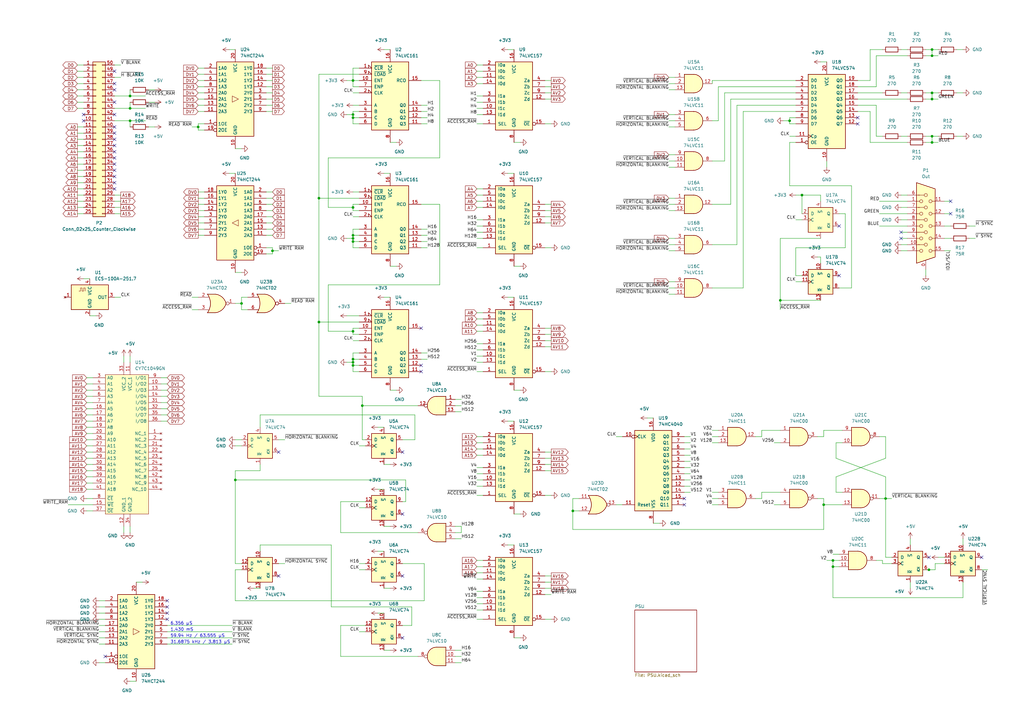
<source format=kicad_sch>
(kicad_sch (version 20211123) (generator eeschema)
  (paper "A3")
  (junction (at 144.78 135.89))
  (junction (at 382.27 20.32))
  (junction (at 144.78 85.09))
  (junction (at 234.95 209.55))
  (junction (at 381 233.68))
  (junction (at 341.63 232.41))
  (junction (at 144.78 97.79))
  (junction (at 144.78 149.86))
  (junction (at 144.78 48.26))
  (junction (at 111.76 102.87))
  (junction (at 382.27 40.64))
  (junction (at 363.22 204.47))
  (junction (at 328.93 80.01))
  (junction (at 99.06 124.46))
  (junction (at 53.34 44.45))
  (junction (at 382.27 58.42))
  (junction (at 382.27 22.86))
  (junction (at 144.78 33.02))
  (junction (at 144.78 96.52))
  (junction (at 382.27 38.1))
  (junction (at 320.04 123.19))
  (junction (at 53.34 49.53))
  (junction (at 130.81 81.28))
  (junction (at 81.28 52.07))
  (junction (at 130.81 132.08))
  (junction (at 148.59 166.37))
  (junction (at 323.85 49.53))
  (junction (at 144.78 99.06))
  (junction (at 144.78 148.59))
  (junction (at 144.78 147.32))
  (junction (at 337.82 207.01))
  (junction (at 96.52 196.85))
  (junction (at 53.34 39.37))
  (junction (at 144.78 46.99))
  (junction (at 341.63 229.87))
  (junction (at 382.27 55.88))
  (no_connect (at 46.99 77.47))
  (no_connect (at 46.99 57.15))
  (no_connect (at 46.99 52.07))
  (no_connect (at 46.99 36.83))
  (no_connect (at 46.99 41.91))
  (no_connect (at 46.99 46.99))
  (no_connect (at 46.99 54.61))
  (no_connect (at 34.29 46.99))
  (no_connect (at 34.29 49.53))
  (no_connect (at 46.99 69.85))
  (no_connect (at 46.99 62.23))
  (no_connect (at 46.99 59.69))
  (no_connect (at 46.99 74.93))
  (no_connect (at 46.99 72.39))
  (no_connect (at 46.99 67.31))
  (no_connect (at 46.99 64.77))
  (no_connect (at 46.99 29.21))
  (no_connect (at 46.99 34.29))
  (no_connect (at 172.72 134.62))
  (no_connect (at 68.58 251.46))
  (no_connect (at 68.58 248.92))
  (no_connect (at 68.58 246.38))
  (no_connect (at 68.58 254))
  (no_connect (at 381 228.6))
  (no_connect (at 402.59 228.6))
  (no_connect (at -3.81 35.56))
  (no_connect (at -19.05 38.1))
  (no_connect (at -19.05 33.02))
  (no_connect (at 344.17 113.03))
  (no_connect (at 172.72 149.86))
  (no_connect (at 172.72 152.4))
  (no_connect (at 344.17 92.71))
  (no_connect (at 351.79 50.8))
  (no_connect (at 351.79 48.26))
  (no_connect (at 114.3 236.22))
  (no_connect (at 114.3 185.42))
  (no_connect (at 280.67 207.01))
  (no_connect (at 280.67 204.47))
  (no_connect (at 43.18 269.24))
  (no_connect (at 165.1 236.22))
  (no_connect (at 165.1 261.62))
  (no_connect (at 165.1 210.82))
  (no_connect (at 165.1 185.42))
  (no_connect (at 389.89 87.63))
  (no_connect (at 389.89 82.55))
  (no_connect (at 369.57 95.25))
  (no_connect (at 369.57 97.79))
  (wire (pts (xy 186.69 220.98) (xy 189.23 220.98)))
  (wire (pts (xy 160.02 215.9) (xy 157.48 215.9)))
  (wire (pts (xy 383.54 231.14) (xy 387.35 231.14)))
  (wire (pts (xy 360.68 87.63) (xy 372.11 87.63)))
  (wire (pts (xy 198.12 199.39) (xy 195.58 199.39)))
  (wire (pts (xy 335.28 105.41) (xy 336.55 105.41)))
  (wire (pts (xy 226.06 35.56) (xy 223.52 35.56)))
  (wire (pts (xy 50.8 215.9) (xy 50.8 218.44)))
  (wire (pts (xy 114.3 180.34) (xy 116.84 180.34)))
  (wire (pts (xy 365.76 231.14) (xy 361.95 231.14)))
  (wire (pts (xy 144.78 85.09) (xy 144.78 86.36)))
  (wire (pts (xy 326.39 80.01) (xy 328.93 80.01)))
  (wire (pts (xy 111.76 81.28) (xy 109.22 81.28)))
  (wire (pts (xy 35.56 187.96) (xy 38.1 187.96)))
  (wire (pts (xy 144.78 83.82) (xy 144.78 85.09)))
  (wire (pts (xy 382.27 58.42) (xy 384.81 58.42)))
  (wire (pts (xy 172.72 45.72) (xy 175.26 45.72)))
  (wire (pts (xy 384.81 228.6) (xy 387.35 228.6)))
  (wire (pts (xy 326.39 101.6) (xy 326.39 113.03)))
  (wire (pts (xy 55.88 279.4) (xy 53.34 279.4)))
  (wire (pts (xy 130.81 81.28) (xy 130.81 132.08)))
  (wire (pts (xy 172.72 96.52) (xy 175.26 96.52)))
  (wire (pts (xy 144.78 97.79) (xy 142.24 97.79)))
  (wire (pts (xy 144.78 139.7) (xy 147.32 139.7)))
  (wire (pts (xy 180.34 33.02) (xy 180.34 64.77)))
  (wire (pts (xy 168.91 248.92) (xy 168.91 256.54)))
  (wire (pts (xy 198.12 39.37) (xy 195.58 39.37)))
  (wire (pts (xy 292.1 33.02) (xy 326.39 33.02)))
  (wire (pts (xy 280.67 199.39) (xy 283.21 199.39)))
  (wire (pts (xy 93.98 71.12) (xy 96.52 71.12)))
  (wire (pts (xy 147.32 208.28) (xy 149.86 208.28)))
  (wire (pts (xy 81.28 52.07) (xy 81.28 53.34)))
  (wire (pts (xy 83.82 50.8) (xy 81.28 50.8)))
  (wire (pts (xy 223.52 238.76) (xy 226.06 238.76)))
  (wire (pts (xy 208.28 121.92) (xy 210.82 121.92)))
  (wire (pts (xy 106.68 226.06) (xy 106.68 223.52)))
  (wire (pts (xy 317.5 207.01) (xy 320.04 207.01)))
  (wire (pts (xy 274.32 100.33) (xy 276.86 100.33)))
  (wire (pts (xy 111.76 78.74) (xy 109.22 78.74)))
  (wire (pts (xy 392.43 20.32) (xy 394.97 20.32)))
  (wire (pts (xy 172.72 93.98) (xy 175.26 93.98)))
  (wire (pts (xy 172.72 43.18) (xy 175.26 43.18)))
  (wire (pts (xy 111.76 38.1) (xy 109.22 38.1)))
  (wire (pts (xy 147.32 152.4) (xy 144.78 152.4)))
  (wire (pts (xy 172.72 147.32) (xy 175.26 147.32)))
  (wire (pts (xy 31.75 74.93) (xy 34.29 74.93)))
  (wire (pts (xy 345.44 181.61) (xy 342.9 181.61)))
  (wire (pts (xy 111.76 35.56) (xy 109.22 35.56)))
  (wire (pts (xy 111.76 30.48) (xy 109.22 30.48)))
  (wire (pts (xy 392.43 55.88) (xy 394.97 55.88)))
  (wire (pts (xy 157.48 121.92) (xy 160.02 121.92)))
  (wire (pts (xy 223.52 241.3) (xy 226.06 241.3)))
  (wire (pts (xy 346.71 87.63) (xy 346.71 101.6)))
  (wire (pts (xy 147.32 132.08) (xy 130.81 132.08)))
  (wire (pts (xy 130.81 132.08) (xy 130.81 162.56)))
  (wire (pts (xy 198.12 250.19) (xy 195.58 250.19)))
  (wire (pts (xy 198.12 247.65) (xy 195.58 247.65)))
  (wire (pts (xy 40.64 248.92) (xy 43.18 248.92)))
  (wire (pts (xy 68.58 162.56) (xy 66.04 162.56)))
  (wire (pts (xy 53.34 52.07) (xy 53.34 49.53)))
  (wire (pts (xy 378.46 233.68) (xy 381 233.68)))
  (wire (pts (xy 198.12 148.59) (xy 195.58 148.59)))
  (wire (pts (xy 53.34 49.53) (xy 59.69 49.53)))
  (wire (pts (xy 68.58 256.54) (xy 95.25 256.54)))
  (wire (pts (xy 198.12 234.95) (xy 195.58 234.95)))
  (wire (pts (xy 157.48 71.12) (xy 160.02 71.12)))
  (wire (pts (xy 106.68 175.26) (xy 106.68 170.18)))
  (wire (pts (xy 226.06 134.62) (xy 223.52 134.62)))
  (wire (pts (xy 369.57 100.33) (xy 372.11 100.33)))
  (wire (pts (xy 99.06 233.68) (xy 96.52 233.68)))
  (wire (pts (xy 68.58 259.08) (xy 95.25 259.08)))
  (wire (pts (xy 68.58 264.16) (xy 95.25 264.16)))
  (wire (pts (xy 312.42 201.93) (xy 320.04 201.93)))
  (wire (pts (xy 373.38 241.3) (xy 373.38 238.76)))
  (wire (pts (xy 81.28 50.8) (xy 81.28 52.07)))
  (wire (pts (xy 223.52 236.22) (xy 226.06 236.22)))
  (wire (pts (xy 101.6 127) (xy 99.06 127)))
  (wire (pts (xy 144.78 35.56) (xy 144.78 33.02)))
  (wire (pts (xy 337.82 207.01) (xy 337.82 217.17)))
  (wire (pts (xy 111.76 96.52) (xy 109.22 96.52)))
  (wire (pts (xy 226.06 38.1) (xy 223.52 38.1)))
  (wire (pts (xy 323.85 58.42) (xy 323.85 76.2)))
  (wire (pts (xy 328.93 90.17) (xy 326.39 90.17)))
  (wire (pts (xy 326.39 113.03) (xy 328.93 113.03)))
  (wire (pts (xy 292.1 118.11) (xy 304.8 118.11)))
  (wire (pts (xy 172.72 48.26) (xy 175.26 48.26)))
  (wire (pts (xy 351.79 40.64) (xy 372.11 40.64)))
  (wire (pts (xy 297.18 66.04) (xy 297.18 38.1)))
  (wire (pts (xy 148.59 180.34) (xy 149.86 180.34)))
  (wire (pts (xy 223.52 243.84) (xy 226.06 243.84)))
  (wire (pts (xy 336.55 97.79) (xy 320.04 97.79)))
  (wire (pts (xy 96.52 111.76) (xy 99.06 111.76)))
  (wire (pts (xy 160.02 241.3) (xy 157.48 241.3)))
  (wire (pts (xy 397.51 92.71) (xy 400.05 92.71)))
  (wire (pts (xy 369.57 90.17) (xy 372.11 90.17)))
  (wire (pts (xy 360.68 204.47) (xy 363.22 204.47)))
  (wire (pts (xy 274.32 68.58) (xy 276.86 68.58)))
  (wire (pts (xy 35.56 154.94) (xy 38.1 154.94)))
  (wire (pts (xy 111.76 27.94) (xy 109.22 27.94)))
  (wire (pts (xy 292.1 176.53) (xy 294.64 176.53)))
  (wire (pts (xy 46.99 39.37) (xy 53.34 39.37)))
  (wire (pts (xy 53.34 44.45) (xy 59.69 44.45)))
  (wire (pts (xy 336.55 25.4) (xy 339.09 25.4)))
  (wire (pts (xy 226.06 139.7) (xy 223.52 139.7)))
  (wire (pts (xy 226.06 142.24) (xy 223.52 142.24)))
  (wire (pts (xy 31.75 44.45) (xy 34.29 44.45)))
  (wire (pts (xy 323.85 50.8) (xy 323.85 49.53)))
  (wire (pts (xy 38.1 193.04) (xy 35.56 193.04)))
  (wire (pts (xy 149.86 256.54) (xy 139.7 256.54)))
  (wire (pts (xy 392.43 38.1) (xy 394.97 38.1)))
  (wire (pts (xy 292.1 201.93) (xy 294.64 201.93)))
  (wire (pts (xy 40.64 246.38) (xy 43.18 246.38)))
  (wire (pts (xy 148.59 166.37) (xy 171.45 166.37)))
  (wire (pts (xy 195.58 254) (xy 198.12 254)))
  (wire (pts (xy 382.27 55.88) (xy 384.81 55.88)))
  (wire (pts (xy 223.52 203.2) (xy 226.06 203.2)))
  (wire (pts (xy 198.12 146.05) (xy 195.58 146.05)))
  (wire (pts (xy 144.78 97.79) (xy 144.78 96.52)))
  (wire (pts (xy 96.52 246.38) (xy 173.99 246.38)))
  (wire (pts (xy 361.95 231.14) (xy 361.95 229.87)))
  (wire (pts (xy 198.12 196.85) (xy 195.58 196.85)))
  (wire (pts (xy 234.95 209.55) (xy 234.95 204.47)))
  (wire (pts (xy 46.99 80.01) (xy 49.53 80.01)))
  (wire (pts (xy 198.12 140.97) (xy 195.58 140.97)))
  (wire (pts (xy 226.06 40.64) (xy 223.52 40.64)))
  (wire (pts (xy 186.69 168.91) (xy 189.23 168.91)))
  (wire (pts (xy 328.93 115.57) (xy 326.39 115.57)))
  (wire (pts (xy 292.1 181.61) (xy 294.64 181.61)))
  (wire (pts (xy 35.56 165.1) (xy 38.1 165.1)))
  (wire (pts (xy 336.55 82.55) (xy 336.55 80.01)))
  (wire (pts (xy 104.14 241.3) (xy 106.68 241.3)))
  (wire (pts (xy 99.06 124.46) (xy 99.06 121.92)))
  (wire (pts (xy 360.68 82.55) (xy 372.11 82.55)))
  (wire (pts (xy 339.09 66.04) (xy 339.09 68.58)))
  (wire (pts (xy 195.58 101.6) (xy 198.12 101.6)))
  (wire (pts (xy 81.28 88.9) (xy 83.82 88.9)))
  (wire (pts (xy 58.42 238.76) (xy 55.88 238.76)))
  (wire (pts (xy 160.02 160.02) (xy 162.56 160.02)))
  (wire (pts (xy 186.69 269.24) (xy 189.23 269.24)))
  (wire (pts (xy 195.58 152.4) (xy 198.12 152.4)))
  (wire (pts (xy 274.32 31.75) (xy 276.86 31.75)))
  (wire (pts (xy 234.95 204.47) (xy 237.49 204.47)))
  (wire (pts (xy 144.78 147.32) (xy 147.32 147.32)))
  (wire (pts (xy 195.58 34.29) (xy 198.12 34.29)))
  (wire (pts (xy 252.73 207.01) (xy 255.27 207.01)))
  (wire (pts (xy 96.52 193.04) (xy 96.52 196.85)))
  (wire (pts (xy 195.58 128.27) (xy 198.12 128.27)))
  (wire (pts (xy 359.41 55.88) (xy 361.95 55.88)))
  (wire (pts (xy 160.02 266.7) (xy 157.48 266.7)))
  (wire (pts (xy 359.41 229.87) (xy 361.95 229.87)))
  (wire (pts (xy 226.06 187.96) (xy 223.52 187.96)))
  (wire (pts (xy 46.99 26.67) (xy 49.53 26.67)))
  (wire (pts (xy 356.87 45.72) (xy 351.79 45.72)))
  (wire (pts (xy 144.78 33.02) (xy 147.32 33.02)))
  (wire (pts (xy 320.04 97.79) (xy 320.04 123.19)))
  (wire (pts (xy 144.78 134.62) (xy 147.32 134.62)))
  (wire (pts (xy 274.32 81.28) (xy 276.86 81.28)))
  (wire (pts (xy 144.78 78.74) (xy 147.32 78.74)))
  (wire (pts (xy 111.76 93.98) (xy 109.22 93.98)))
  (wire (pts (xy 31.75 69.85) (xy 34.29 69.85)))
  (wire (pts (xy 397.51 97.79) (xy 400.05 97.79)))
  (wire (pts (xy 394.97 238.76) (xy 394.97 245.11)))
  (wire (pts (xy 379.73 22.86) (xy 382.27 22.86)))
  (wire (pts (xy 223.52 152.4) (xy 226.06 152.4)))
  (wire (pts (xy 341.63 232.41) (xy 341.63 245.11)))
  (wire (pts (xy 345.44 201.93) (xy 342.9 201.93)))
  (wire (pts (xy 35.56 177.8) (xy 38.1 177.8)))
  (wire (pts (xy 195.58 29.21) (xy 198.12 29.21)))
  (wire (pts (xy 292.1 33.02) (xy 292.1 34.29)))
  (wire (pts (xy 144.78 50.8) (xy 144.78 48.26)))
  (wire (pts (xy 31.75 26.67) (xy 34.29 26.67)))
  (wire (pts (xy 226.06 86.36) (xy 223.52 86.36)))
  (wire (pts (xy 31.75 82.55) (xy 34.29 82.55)))
  (wire (pts (xy 81.28 52.07) (xy 78.74 52.07)))
  (wire (pts (xy 35.56 157.48) (xy 38.1 157.48)))
  (wire (pts (xy 53.34 36.83) (xy 53.34 39.37)))
  (wire (pts (xy 351.79 43.18) (xy 359.41 43.18)))
  (wire (pts (xy 142.24 33.02) (xy 144.78 33.02)))
  (wire (pts (xy 173.99 246.38) (xy 173.99 231.14)))
  (wire (pts (xy 130.81 30.48) (xy 130.81 81.28)))
  (wire (pts (xy 382.27 40.64) (xy 384.81 40.64)))
  (wire (pts (xy 274.32 46.99) (xy 276.86 46.99)))
  (wire (pts (xy 379.73 40.64) (xy 382.27 40.64)))
  (wire (pts (xy 344.17 118.11) (xy 349.25 118.11)))
  (wire (pts (xy 68.58 157.48) (xy 66.04 157.48)))
  (wire (pts (xy 351.79 35.56) (xy 359.41 35.56)))
  (wire (pts (xy 139.7 256.54) (xy 139.7 269.24)))
  (wire (pts (xy 344.17 87.63) (xy 346.71 87.63)))
  (wire (pts (xy 304.8 118.11) (xy 304.8 45.72)))
  (wire (pts (xy 144.78 144.78) (xy 147.32 144.78)))
  (wire (pts (xy 31.75 34.29) (xy 34.29 34.29)))
  (wire (pts (xy 255.27 179.07) (xy 252.73 179.07)))
  (wire (pts (xy 274.32 115.57) (xy 276.86 115.57)))
  (wire (pts (xy 144.78 93.98) (xy 144.78 96.52)))
  (wire (pts (xy 373.38 220.98) (xy 373.38 223.52)))
  (wire (pts (xy 68.58 172.72) (xy 66.04 172.72)))
  (wire (pts (xy 198.12 97.79) (xy 195.58 97.79)))
  (wire (pts (xy 106.68 170.18) (xy 170.18 170.18)))
  (wire (pts (xy 31.75 29.21) (xy 34.29 29.21)))
  (wire (pts (xy 68.58 261.62) (xy 95.25 261.62)))
  (wire (pts (xy 323.85 58.42) (xy 326.39 58.42)))
  (wire (pts (xy 342.9 195.58) (xy 363.22 187.96)))
  (wire (pts (xy 363.22 204.47) (xy 363.22 228.6)))
  (wire (pts (xy 195.58 181.61) (xy 198.12 181.61)))
  (wire (pts (xy 359.41 22.86) (xy 372.11 22.86)))
  (wire (pts (xy 35.56 160.02) (xy 38.1 160.02)))
  (wire (pts (xy 356.87 33.02) (xy 356.87 20.32)))
  (wire (pts (xy 165.1 205.74) (xy 166.37 205.74)))
  (wire (pts (xy 31.75 64.77) (xy 34.29 64.77)))
  (wire (pts (xy 320.04 123.19) (xy 336.55 123.19)))
  (wire (pts (xy 111.76 86.36) (xy 109.22 86.36)))
  (wire (pts (xy 111.76 101.6) (xy 109.22 101.6)))
  (wire (pts (xy 294.64 49.53) (xy 294.64 35.56)))
  (wire (pts (xy 172.72 101.6) (xy 175.26 101.6)))
  (wire (pts (xy 312.42 204.47) (xy 312.42 201.93)))
  (wire (pts (xy 35.56 185.42) (xy 38.1 185.42)))
  (wire (pts (xy 274.32 118.11) (xy 276.86 118.11)))
  (wire (pts (xy 157.48 20.32) (xy 160.02 20.32)))
  (wire (pts (xy 274.32 49.53) (xy 276.86 49.53)))
  (wire (pts (xy 40.64 271.78) (xy 43.18 271.78)))
  (wire (pts (xy 274.32 66.04) (xy 276.86 66.04)))
  (wire (pts (xy 369.57 80.01) (xy 372.11 80.01)))
  (wire (pts (xy 198.12 194.31) (xy 195.58 194.31)))
  (wire (pts (xy 139.7 218.44) (xy 139.7 205.74)))
  (wire (pts (xy 198.12 232.41) (xy 195.58 232.41)))
  (wire (pts (xy 198.12 229.87) (xy 195.58 229.87)))
  (wire (pts (xy 394.97 220.98) (xy 394.97 223.52)))
  (wire (pts (xy 302.26 43.18) (xy 326.39 43.18)))
  (wire (pts (xy 226.06 83.82) (xy 223.52 83.82)))
  (wire (pts (xy 81.28 35.56) (xy 83.82 35.56)))
  (wire (pts (xy 31.75 52.07) (xy 34.29 52.07)))
  (wire (pts (xy 160.02 190.5) (xy 157.48 190.5)))
  (wire (pts (xy 383.54 231.14) (xy 383.54 233.68)))
  (wire (pts (xy 81.28 40.64) (xy 83.82 40.64)))
  (wire (pts (xy 144.78 48.26) (xy 147.32 48.26)))
  (wire (pts (xy 186.69 166.37) (xy 189.23 166.37)))
  (wire (pts (xy 81.28 83.82) (xy 83.82 83.82)))
  (wire (pts (xy 274.32 83.82) (xy 276.86 83.82)))
  (wire (pts (xy 336.55 107.95) (xy 336.55 105.41)))
  (wire (pts (xy 111.76 43.18) (xy 109.22 43.18)))
  (wire (pts (xy 31.75 77.47) (xy 34.29 77.47)))
  (wire (pts (xy 280.67 186.69) (xy 283.21 186.69)))
  (wire (pts (xy 195.58 203.2) (xy 198.12 203.2)))
  (wire (pts (xy 53.34 146.05) (xy 53.34 148.59)))
  (wire (pts (xy 189.23 218.44) (xy 189.23 215.9)))
  (wire (pts (xy 309.88 179.07) (xy 312.42 179.07)))
  (wire (pts (xy 106.68 190.5) (xy 106.68 193.04)))
  (wire (pts (xy 186.69 218.44) (xy 189.23 218.44)))
  (wire (pts (xy 134.62 135.89) (xy 134.62 116.84)))
  (wire (pts (xy 326.39 55.88) (xy 323.85 55.88)))
  (wire (pts (xy 337.82 204.47) (xy 337.82 207.01)))
  (wire (pts (xy 351.79 38.1) (xy 361.95 38.1)))
  (wire (pts (xy 337.82 207.01) (xy 345.44 207.01)))
  (wire (pts (xy 147.32 259.08) (xy 149.86 259.08)))
  (wire (pts (xy 369.57 55.88) (xy 372.11 55.88)))
  (wire (pts (xy 81.28 93.98) (xy 83.82 93.98)))
  (wire (pts (xy 31.75 85.09) (xy 34.29 85.09)))
  (wire (pts (xy 346.71 101.6) (xy 326.39 101.6)))
  (wire (pts (xy 359.41 43.18) (xy 359.41 55.88)))
  (wire (pts (xy 144.78 148.59) (xy 142.24 148.59)))
  (wire (pts (xy 31.75 72.39) (xy 34.29 72.39)))
  (wire (pts (xy 389.89 92.71) (xy 387.35 92.71)))
  (wire (pts (xy 81.28 27.94) (xy 83.82 27.94)))
  (wire (pts (xy 210.82 160.02) (xy 213.36 160.02)))
  (wire (pts (xy 195.58 184.15) (xy 198.12 184.15)))
  (wire (pts (xy 147.32 50.8) (xy 144.78 50.8)))
  (wire (pts (xy 210.82 58.42) (xy 213.36 58.42)))
  (wire (pts (xy 168.91 256.54) (xy 165.1 256.54)))
  (wire (pts (xy 53.34 39.37) (xy 59.69 39.37)))
  (wire (pts (xy 35.56 172.72) (xy 38.1 172.72)))
  (wire (pts (xy 81.28 96.52) (xy 83.82 96.52)))
  (wire (pts (xy 195.58 31.75) (xy 198.12 31.75)))
  (wire (pts (xy 35.56 175.26) (xy 38.1 175.26)))
  (wire (pts (xy 292.1 207.01) (xy 294.64 207.01)))
  (wire (pts (xy 195.58 179.07) (xy 198.12 179.07)))
  (wire (pts (xy 389.89 102.87) (xy 387.35 102.87)))
  (wire (pts (xy 99.06 180.34) (xy 96.52 180.34)))
  (wire (pts (xy 223.52 101.6) (xy 226.06 101.6)))
  (wire (pts (xy 195.58 77.47) (xy 198.12 77.47)))
  (wire (pts (xy 96.52 233.68) (xy 96.52 246.38)))
  (wire (pts (xy 265.43 171.45) (xy 267.97 171.45)))
  (wire (pts (xy 195.58 133.35) (xy 198.12 133.35)))
  (wire (pts (xy 34.29 114.3) (xy 36.83 114.3)))
  (wire (pts (xy 144.78 99.06) (xy 147.32 99.06)))
  (wire (pts (xy 40.64 264.16) (xy 43.18 264.16)))
  (wire (pts (xy 106.68 193.04) (xy 96.52 193.04)))
  (wire (pts (xy 312.42 179.07) (xy 312.42 176.53)))
  (wire (pts (xy 148.59 166.37) (xy 148.59 162.56)))
  (wire (pts (xy 234.95 217.17) (xy 234.95 209.55)))
  (wire (pts (xy 154.94 226.06) (xy 157.48 226.06)))
  (wire (pts (xy 31.75 39.37) (xy 34.29 39.37)))
  (wire (pts (xy 81.28 81.28) (xy 83.82 81.28)))
  (wire (pts (xy 99.06 182.88) (xy 96.52 182.88)))
  (wire (pts (xy 280.67 179.07) (xy 283.21 179.07)))
  (wire (pts (xy 186.69 163.83) (xy 189.23 163.83)))
  (wire (pts (xy 369.57 20.32) (xy 372.11 20.32)))
  (wire (pts (xy 35.56 182.88) (xy 38.1 182.88)))
  (wire (pts (xy 53.34 41.91) (xy 53.34 44.45)))
  (wire (pts (xy 389.89 87.63) (xy 387.35 87.63)))
  (wire (pts (xy 280.67 184.15) (xy 283.21 184.15)))
  (wire (pts (xy 363.22 179.07) (xy 363.22 187.96)))
  (wire (pts (xy 154.94 251.46) (xy 157.48 251.46)))
  (wire (pts (xy 337.82 179.07) (xy 337.82 176.53)))
  (wire (pts (xy 180.34 64.77) (xy 134.62 64.77)))
  (wire (pts (xy 309.88 204.47) (xy 312.42 204.47)))
  (wire (pts (xy 31.75 31.75) (xy 34.29 31.75)))
  (wire (pts (xy 328.93 80.01) (xy 328.93 87.63)))
  (wire (pts (xy 40.64 261.62) (xy 43.18 261.62)))
  (wire (pts (xy 382.27 20.32) (xy 382.27 22.86)))
  (wire (pts (xy 223.52 50.8) (xy 226.06 50.8)))
  (wire (pts (xy 195.58 82.55) (xy 198.12 82.55)))
  (wire (pts (xy 280.67 191.77) (xy 283.21 191.77)))
  (wire (pts (xy 144.78 93.98) (xy 147.32 93.98)))
  (wire (pts (xy 35.56 162.56) (xy 38.1 162.56)))
  (wire (pts (xy 198.12 44.45) (xy 195.58 44.45)))
  (wire (pts (xy 226.06 33.02) (xy 223.52 33.02)))
  (wire (pts (xy 369.57 38.1) (xy 372.11 38.1)))
  (wire (pts (xy 382.27 20.32) (xy 384.81 20.32)))
  (wire (pts (xy 186.69 271.78) (xy 189.23 271.78)))
  (wire (pts (xy 144.78 45.72) (xy 147.32 45.72)))
  (wire (pts (xy 323.85 49.53) (xy 323.85 48.26)))
  (wire (pts (xy 363.22 228.6) (xy 365.76 228.6)))
  (wire (pts (xy 226.06 91.44) (xy 223.52 91.44)))
  (wire (pts (xy 142.24 129.54) (xy 147.32 129.54)))
  (wire (pts (xy 144.78 96.52) (xy 147.32 96.52)))
  (wire (pts (xy 320.04 123.19) (xy 320.04 127)))
  (wire (pts (xy 99.06 121.92) (xy 101.6 121.92)))
  (wire (pts (xy 195.58 50.8) (xy 198.12 50.8)))
  (wire (pts (xy 166.37 205.74) (xy 166.37 196.85)))
  (wire (pts (xy 154.94 175.26) (xy 157.48 175.26)))
  (wire (pts (xy 144.78 101.6) (xy 144.78 99.06)))
  (wire (pts (xy 323.85 49.53) (xy 321.31 49.53)))
  (wire (pts (xy 134.62 116.84) (xy 180.34 116.84)))
  (wire (pts (xy 342.9 195.58) (xy 342.9 201.93)))
  (wire (pts (xy 359.41 35.56) (xy 359.41 22.86)))
  (wire (pts (xy 292.1 100.33) (xy 302.26 100.33)))
  (wire (pts (xy 144.78 149.86) (xy 144.78 148.59)))
  (wire (pts (xy 134.62 85.09) (xy 144.78 85.09)))
  (wire (pts (xy 210.82 210.82) (xy 213.36 210.82)))
  (wire (pts (xy 280.67 201.93) (xy 283.21 201.93)))
  (wire (pts (xy 198.12 242.57) (xy 195.58 242.57)))
  (wire (pts (xy 40.64 254) (xy 43.18 254)))
  (wire (pts (xy 198.12 186.69) (xy 195.58 186.69)))
  (wire (pts (xy 186.69 215.9) (xy 189.23 215.9)))
  (wire (pts (xy 144.78 144.78) (xy 144.78 147.32)))
  (wire (pts (xy 294.64 35.56) (xy 326.39 35.56)))
  (wire (pts (xy 60.96 36.83) (xy 63.5 36.83)))
  (wire (pts (xy 292.1 204.47) (xy 294.64 204.47)))
  (wire (pts (xy 297.18 38.1) (xy 326.39 38.1)))
  (wire (pts (xy 81.28 43.18) (xy 83.82 43.18)))
  (wire (pts (xy 280.67 189.23) (xy 283.21 189.23)))
  (wire (pts (xy 337.82 217.17) (xy 234.95 217.17)))
  (wire (pts (xy 144.78 152.4) (xy 144.78 149.86)))
  (wire (pts (xy 172.72 83.82) (xy 180.34 83.82)))
  (wire (pts (xy 144.78 48.26) (xy 144.78 46.99)))
  (wire (pts (xy 144.78 148.59) (xy 144.78 147.32)))
  (wire (pts (xy 210.82 109.22) (xy 213.36 109.22)))
  (wire (pts (xy 349.25 118.11) (xy 349.25 76.2)))
  (wire (pts (xy 46.99 44.45) (xy 53.34 44.45)))
  (wire (pts (xy 38.1 209.55) (xy 35.56 209.55)))
  (wire (pts (xy 198.12 143.51) (xy 195.58 143.51)))
  (wire (pts (xy 274.32 102.87) (xy 276.86 102.87)))
  (wire (pts (xy 144.78 149.86) (xy 147.32 149.86)))
  (wire (pts (xy 198.12 90.17) (xy 195.58 90.17)))
  (wire (pts (xy 369.57 102.87) (xy 372.11 102.87)))
  (wire (pts (xy 78.74 121.92) (xy 81.28 121.92)))
  (wire (pts (xy 172.72 144.78) (xy 175.26 144.78)))
  (wire (pts (xy 302.26 100.33) (xy 302.26 43.18)))
  (wire (pts (xy 31.75 87.63) (xy 34.29 87.63)))
  (wire (pts (xy 81.28 78.74) (xy 83.82 78.74)))
  (wire (pts (xy 312.42 176.53) (xy 320.04 176.53)))
  (wire (pts (xy 31.75 41.91) (xy 34.29 41.91)))
  (wire (pts (xy 274.32 52.07) (xy 276.86 52.07)))
  (wire (pts (xy 46.99 87.63) (xy 49.53 87.63)))
  (wire (pts (xy 382.27 38.1) (xy 382.27 40.64)))
  (wire (pts (xy 208.28 172.72) (xy 210.82 172.72)))
  (wire (pts (xy 274.32 34.29) (xy 276.86 34.29)))
  (wire (pts (xy 96.52 124.46) (xy 99.06 124.46)))
  (wire (pts (xy 234.95 209.55) (xy 237.49 209.55)))
  (wire (pts (xy 360.68 179.07) (xy 363.22 179.07)))
  (wire (pts (xy 46.99 121.92) (xy 49.53 121.92)))
  (wire (pts (xy 60.96 41.91) (xy 63.5 41.91)))
  (wire (pts (xy 46.99 31.75) (xy 49.53 31.75)))
  (wire (pts (xy 369.57 97.79) (xy 372.11 97.79)))
  (wire (pts (xy 389.89 97.79) (xy 387.35 97.79)))
  (wire (pts (xy 68.58 167.64) (xy 66.04 167.64)))
  (wire (pts (xy 341.63 245.11) (xy 394.97 245.11)))
  (wire (pts (xy 363.22 204.47) (xy 365.76 204.47)))
  (wire (pts (xy 292.1 49.53) (xy 294.64 49.53)))
  (wire (pts (xy 341.63 229.87) (xy 341.63 232.41)))
  (wire (pts (xy 379.73 20.32) (xy 382.27 20.32)))
  (wire (pts (xy 31.75 57.15) (xy 34.29 57.15)))
  (wire (pts (xy 335.28 204.47) (xy 337.82 204.47)))
  (wire (pts (xy 274.32 120.65) (xy 276.86 120.65)))
  (wire (pts (xy 226.06 190.5) (xy 223.52 190.5)))
  (wire (pts (xy 68.58 154.94) (xy 66.04 154.94)))
  (wire (pts (xy 81.28 86.36) (xy 83.82 86.36)))
  (wire (pts (xy 139.7 269.24) (xy 171.45 269.24)))
  (wire (pts (xy 363.22 195.58) (xy 363.22 204.47)))
  (wire (pts (xy 356.87 58.42) (xy 372.11 58.42)))
  (wire (pts (xy 379.73 55.88) (xy 382.27 55.88)))
  (wire (pts (xy 369.57 85.09) (xy 372.11 85.09)))
  (wire (pts (xy 68.58 165.1) (xy 66.04 165.1)))
  (wire (pts (xy 35.56 170.18) (xy 38.1 170.18)))
  (wire (pts (xy 31.75 62.23) (xy 34.29 62.23)))
  (wire (pts (xy 369.57 95.25) (xy 372.11 95.25)))
  (wire (pts (xy 299.72 40.64) (xy 326.39 40.64)))
  (wire (pts (xy 144.78 43.18) (xy 147.32 43.18)))
  (wire (pts (xy 326.39 50.8) (xy 323.85 50.8)))
  (wire (pts (xy 195.58 26.67) (xy 198.12 26.67)))
  (wire (pts (xy 38.1 198.12) (xy 35.56 198.12)))
  (wire (pts (xy 53.34 215.9) (xy 53.34 218.44)))
  (wire (pts (xy 40.64 251.46) (xy 43.18 251.46)))
  (wire (pts (xy 114.3 231.14) (xy 116.84 231.14)))
  (wire (pts (xy 195.58 85.09) (xy 198.12 85.09)))
  (wire (pts (xy 172.72 33.02) (xy 180.34 33.02)))
  (wire (pts (xy 106.68 223.52) (xy 135.89 223.52)))
  (wire (pts (xy 130.81 81.28) (xy 147.32 81.28)))
  (wire (pts (xy 144.78 135.89) (xy 134.62 135.89)))
  (wire (pts (xy 81.28 91.44) (xy 83.82 91.44)))
  (wire (pts (xy 274.32 63.5) (xy 276.86 63.5)))
  (wire (pts (xy 274.32 36.83) (xy 276.86 36.83)))
  (wire (pts (xy 147.32 83.82) (xy 144.78 83.82)))
  (wire (pts (xy 31.75 67.31) (xy 34.29 67.31)))
  (wire (pts (xy 198.12 245.11) (xy 195.58 245.11)))
  (wire (pts (xy 280.67 196.85) (xy 283.21 196.85)))
  (wire (pts (xy 147.32 30.48) (xy 130.81 30.48)))
  (wire (pts (xy 171.45 218.44) (xy 139.7 218.44)))
  (wire (pts (xy 323.85 48.26) (xy 326.39 48.26)))
  (wire (pts (xy 267.97 214.63) (xy 270.51 214.63)))
  (wire (pts (xy 208.28 223.52) (xy 210.82 223.52)))
  (wire (pts (xy 274.32 97.79) (xy 276.86 97.79)))
  (wire (pts (xy 46.99 85.09) (xy 49.53 85.09)))
  (wire (pts (xy 144.78 135.89) (xy 144.78 134.62)))
  (wire (pts (xy 40.64 259.08) (xy 43.18 259.08)))
  (wire (pts (xy 144.78 137.16) (xy 144.78 135.89)))
  (wire (pts (xy 111.76 104.14) (xy 111.76 102.87)))
  (wire (pts (xy 135.89 248.92) (xy 168.91 248.92)))
  (wire (pts (xy 96.52 60.96) (xy 99.06 60.96)))
  (wire (pts (xy 46.99 82.55) (xy 49.53 82.55)))
  (wire (pts (xy 381 233.68) (xy 383.54 233.68)))
  (wire (pts (xy 111.76 40.64) (xy 109.22 40.64)))
  (wire (pts (xy 81.28 30.48) (xy 83.82 30.48)))
  (wire (pts (xy 382.27 22.86) (xy 384.81 22.86)))
  (wire (pts (xy 226.06 185.42) (xy 223.52 185.42)))
  (wire (pts (xy 135.89 223.52) (xy 135.89 248.92)))
  (wire (pts (xy 60.96 52.07) (xy 63.5 52.07)))
  (wire (pts (xy 341.63 232.41) (xy 344.17 232.41)))
  (wire (pts (xy 195.58 80.01) (xy 198.12 80.01)))
  (wire (pts (xy 336.55 80.01) (xy 328.93 80.01)))
  (wire (pts (xy 170.18 180.34) (xy 165.1 180.34)))
  (wire (pts (xy 35.56 180.34) (xy 38.1 180.34)))
  (wire (pts (xy 172.72 99.06) (xy 175.26 99.06)))
  (wire (pts (xy 81.28 33.02) (xy 83.82 33.02)))
  (wire (pts (xy 342.9 181.61) (xy 342.9 187.96)))
  (wire (pts (xy 147.32 35.56) (xy 144.78 35.56)))
  (wire (pts (xy 149.86 231.14) (xy 147.32 231.14)))
  (wire (pts (xy 360.68 92.71) (xy 372.11 92.71)))
  (wire (pts (xy 335.28 179.07) (xy 337.82 179.07)))
  (wire (pts (xy 186.69 266.7) (xy 189.23 266.7)))
  (wire (pts (xy 198.12 95.25) (xy 195.58 95.25)))
  (wire (pts (xy 50.8 146.05) (xy 50.8 148.59)))
  (wire (pts (xy 274.32 86.36) (xy 276.86 86.36)))
  (wire (pts (xy 31.75 59.69) (xy 34.29 59.69)))
  (wire (pts (xy 160.02 58.42) (xy 162.56 58.42)))
  (wire (pts (xy 147.32 233.68) (xy 149.86 233.68)))
  (wire (pts (xy 38.1 195.58) (xy 35.56 195.58)))
  (wire (pts (xy 111.76 91.44) (xy 109.22 91.44)))
  (wire (pts (xy 317.5 181.61) (xy 320.04 181.61)))
  (wire (pts (xy 78.74 127) (xy 81.28 127)))
  (wire (pts (xy 198.12 41.91) (xy 195.58 41.91)))
  (wire (pts (xy 111.76 102.87) (xy 111.76 101.6)))
  (wire (pts (xy 154.94 200.66) (xy 157.48 200.66)))
  (wire (pts (xy 99.06 124.46) (xy 99.06 127)))
  (wire (pts (xy 38.1 200.66) (xy 35.56 200.66)))
  (wire (pts (xy 68.58 170.18) (xy 66.04 170.18)))
  (wire (pts (xy 35.56 167.64) (xy 38.1 167.64)))
  (wire (pts (xy 147.32 137.16) (xy 144.78 137.16)))
  (wire (pts (xy 111.76 45.72) (xy 109.22 45.72)))
  (wire (pts (xy 379.73 58.42) (xy 382.27 58.42)))
  (wire (pts (xy 356.87 58.42) (xy 356.87 45.72)))
  (wire (pts (xy 144.78 38.1) (xy 147.32 38.1)))
  (wire (pts (xy 210.82 261.62) (xy 213.36 261.62)))
  (wire (pts (xy 148.59 162.56) (xy 130.81 162.56)))
  (wire (pts (xy 170.18 170.18) (xy 170.18 180.34)))
  (wire (pts (xy 299.72 83.82) (xy 299.72 40.64)))
  (wire (pts (xy 280.67 194.31) (xy 283.21 194.31)))
  (wire (pts (xy 356.87 20.32) (xy 361.95 20.32)))
  (wire (pts (xy 198.12 237.49) (xy 195.58 237.49)))
  (wire (pts (xy 111.76 83.82) (xy 109.22 83.82)))
  (wire (pts (xy 27.94 207.01) (xy 38.1 207.01)))
  (wire (pts (xy 144.78 88.9) (xy 147.32 88.9)))
  (wire (pts (xy 31.75 36.83) (xy 34.29 36.83)))
  (wire (pts (xy 166.37 196.85) (xy 96.52 196.85)))
  (wire (pts (xy 40.64 256.54) (xy 43.18 256.54)))
  (wire (pts (xy 81.28 38.1) (xy 83.82 38.1)))
  (wire (pts (xy 111.76 102.87) (xy 114.3 102.87)))
  (wire (pts (xy 96.52 196.85) (xy 96.52 231.14)))
  (wire (pts (xy 139.7 205.74) (xy 149.86 205.74)))
  (wire (pts (xy 208.28 20.32) (xy 210.82 20.32)))
  (wire (pts (xy 109.22 104.14) (xy 111.76 104.14)))
  (wire (pts (xy 81.28 45.72) (xy 83.82 45.72)))
  (wire (pts (xy 116.84 124.46) (xy 119.38 124.46)))
  (wire (pts (xy 93.98 20.32) (xy 96.52 20.32)))
  (wire (pts (xy 31.75 80.01) (xy 34.29 80.01)))
  (wire (pts (xy 382.27 55.88) (xy 382.27 58.42)))
  (wire (pts (xy 134.62 64.77) (xy 134.62 85.09)))
  (wire (pts (xy 68.58 160.02) (xy 66.04 160.02)))
  (wire (pts (xy 144.78 46.99) (xy 144.78 45.72)))
  (wire (pts (xy 292.1 83.82) (xy 299.72 83.82)))
  (wire (pts (xy 356.87 33.02) (xy 351.79 33.02)))
  (wire (pts (xy 208.28 71.12) (xy 210.82 71.12)))
  (wire (pts (xy 198.12 92.71) (xy 195.58 92.71)))
  (wire (pts (xy 144.78 86.36) (xy 147.32 86.36)))
  (wire (pts (xy 379.73 113.03) (xy 379.73 110.49)))
  (wire (pts (xy 195.58 135.89) (xy 198.12 135.89)))
  (wire (pts (xy 198.12 191.77) (xy 195.58 191.77)))
  (wire (pts (xy 111.76 88.9) (xy 109.22 88.9)))
  (wire (pts (xy 173.99 231.14) (xy 165.1 231.14)))
  (wire (pts (xy 292.1 66.04) (xy 297.18 66.04)))
  (wire (pts (xy 280.67 181.61) (xy 283.21 181.61)))
  (wire (pts (xy 31.75 54.61) (xy 34.29 54.61)))
  (wire (pts (xy 144.78 33.02) (xy 144.78 27.94)))
  (wire (pts (xy 198.12 46.99) (xy 195.58 46.99)))
  (wire (pts (xy 144.78 99.06) (xy 144.78 97.79)))
  (wire (pts (xy 223.52 193.04) (xy 226.06 193.04)))
  (wire (pts (xy 195.58 130.81) (xy 198.12 130.81)))
  (wire (pts (xy 341.63 227.33) (xy 344.17 227.33)))
  (wire (pts (xy 339.09 229.87) (xy 341.63 229.87)))
  (wire (pts (xy 144.78 46.99) (xy 142.24 46.99)))
  (wire (pts (xy 363.22 195.58) (xy 342.9 187.96)))
  (wire (pts (xy 341.63 229.87) (xy 344.17 229.87)))
  (wire (pts (xy 379.73 38.1) (xy 382.27 38.1)))
  (wire (pts (xy 226.06 88.9) (xy 223.52 88.9)))
  (wire (pts (xy 323.85 76.2) (xy 349.25 76.2)))
  (wire (pts (xy 38.1 204.47) (xy 35.56 204.47)))
  (wire (pts (xy 81.28 53.34) (xy 83.82 53.34)))
  (wire (pts (xy 35.56 190.5) (xy 38.1 190.5)))
  (wire (pts (xy 223.52 254) (xy 226.06 254)))
  (wire (pts (xy 148.59 180.34) (xy 148.59 166.37)))
  (wire (pts (xy 389.89 82.55) (xy 387.35 82.55)))
  (wire (pts (xy 96.52 231.14) (xy 99.06 231.14)))
  (wire (pts (xy 36.83 129.54) (xy 39.37 129.54)))
  (wire (pts (xy 144.78 27.94) (xy 147.32 27.94)))
  (wire (pts (xy 46.99 49.53) (xy 53.34 49.53)))
  (wire (pts (xy 382.27 38.1) (xy 384.81 38.1)))
  (wire (pts (xy 160.02 109.22) (xy 162.56 109.22)))
  (wire (pts (xy 292.1 179.07) (xy 294.64 179.07)))
  (wire (pts (xy 147.32 101.6) (xy 144.78 101.6)))
  (wire (pts (xy 172.72 50.8) (xy 175.26 50.8)))
  (wire (pts (xy 402.59 233.68) (xy 405.13 233.68)))
  (wire (pts (xy 180.34 116.84) (xy 180.34 83.82)))
  (wire (pts (xy 304.8 45.72) (xy 326.39 45.72)))
  (wire (pts (xy 226.06 137.16) (xy 223.52 137.16)))
  (wire (pts (xy 111.76 33.02) (xy 109.22 33.02)))
  (wire (pts (xy 337.82 176.53) (xy 345.44 176.53)))
  (wire (pts (xy 147.32 182.88) (xy 149.86 182.88)))
  (text "59.94 Hz / 63.555 μS" (at 69.85 261.62 0) (effects (font (size 1.27 1.27)) (justify left bottom)))
  (text "31.6875 kHz / 3.813 μS" (at 69.85 264.16 0) (effects (font (size 1.27 1.27)) (justify left bottom)))
  (text "6.356 μS" (at 69.85 256.54 0) (effects (font (size 1.27 1.27)) (justify left bottom)))
  (text "1.430 mS" (at 69.85 259.08 0) (effects (font (size 1.27 1.27)) (justify left bottom)))
  (label "~{ACCESS_RAM}" (at 195.58 254 180))
  (label "~{VERTICAL BLANKING}" (at 274.32 49.53 180))
  (label "~{VERTICAL BLANKING}" (at 274.32 118.11 180))
  (label "~{READ}" (at 78.74 121.92 180))
  (label "H32" (at 195.58 92.71 180))
  (label "H64" (at 195.58 95.25 180))
  (label "V1" (at 195.58 146.05 180))
  (label "V64" (at 195.58 242.57 180))
  (label "~{HORIZONTAL SYNC}" (at 116.84 231.14 0))
  (label "RED" (at 360.68 82.55 180))
  (label "H16" (at 195.58 90.17 180))
  (label "ID3{slash}SCL" (at 389.89 102.87 270))
  (label "H8" (at 175.26 50.8 0))
  (label "V128" (at 292.1 181.61 180))
  (label "~{HORIZONTAL BLANKING}" (at 274.32 102.87 180))
  (label "BLUE" (at 360.68 92.71 180))
  (label "~{ACCESS_RAM}" (at 320.04 127 0))
  (label "CLK" (at 147.32 182.88 180))
  (label "~{H SYNC}" (at 400.05 92.71 0))
  (label "V1" (at 283.21 179.07 0))
  (label "H64" (at 175.26 99.06 0))
  (label "H512" (at 189.23 168.91 0))
  (label "V512" (at 195.58 250.19 180))
  (label "~{ACCESS_RAM}" (at 195.58 152.4 180))
  (label "V1" (at 292.1 201.93 180))
  (label "H32" (at 175.26 96.52 0))
  (label "V4" (at 195.58 191.77 180))
  (label "V32" (at 283.21 191.77 0))
  (label "CLK" (at 144.78 139.7 180))
  (label "~{HORIZONTAL BLANKING}" (at 274.32 52.07 180))
  (label "V4" (at 283.21 184.15 0))
  (label "~{WRITE}" (at 59.69 44.45 0))
  (label "~{ACCESS_RAM}" (at 195.58 203.2 180))
  (label "H8" (at 195.58 46.99 180))
  (label "V64" (at 283.21 194.31 0))
  (label "~{ACCESS_RAM}" (at 59.69 39.37 0))
  (label "~{HORIZONTAL BLANKING}" (at 274.32 86.36 180))
  (label "~{HORIZONTAL BLANKING}" (at 40.64 256.54 180))
  (label "H16" (at 147.32 231.14 180))
  (label "~{HORIZONTAL BLANKING}" (at 274.32 68.58 180))
  (label "V8" (at 341.63 227.33 180))
  (label "V16" (at 195.58 196.85 180))
  (label "H512" (at 175.26 147.32 0))
  (label "~{VERTICAL BLANKING}" (at 274.32 83.82 180))
  (label "~{V SYNC}" (at 95.25 261.62 0))
  (label "V8" (at 292.1 207.01 180))
  (label "H128" (at 189.23 215.9 0))
  (label "V8" (at 195.58 194.31 180))
  (label "~{ACCESS_RAM}" (at 195.58 101.6 180))
  (label "H2" (at 195.58 41.91 180))
  (label "~{H BLANK}" (at 49.53 31.75 0))
  (label "H512" (at 195.58 143.51 180))
  (label "GREEN" (at 384.81 40.64 0))
  (label "~{V SYNC}" (at 400.05 97.79 0))
  (label "CLK" (at 323.85 55.88 180))
  (label "H1" (at 195.58 39.37 180))
  (label "V2" (at 283.21 181.61 0))
  (label "H256" (at 189.23 166.37 0))
  (label "H4" (at 175.26 48.26 0))
  (label "~{ACCESS_RAM}" (at 78.74 127 180))
  (label "BLUE" (at 384.81 58.42 0))
  (label "V256" (at 283.21 199.39 0))
  (label "CLK" (at 326.39 90.17 180))
  (label "~{VERTICAL BLANKING}" (at 274.32 66.04 180))
  (label "CLK" (at 252.73 179.07 180))
  (label "V2" (at 339.09 229.87 180))
  (label "V32" (at 292.1 176.53 180))
  (label "~{VERTICAL BLANKING}" (at 40.64 259.08 180))
  (label "CLK" (at 144.78 38.1 180))
  (label "~{HORIZONTAL BLANKING}" (at 116.84 180.34 0))
  (label "V2" (at 195.58 148.59 180))
  (label "V256" (at 195.58 247.65 180))
  (label "~{VERTICAL SYNC}" (at 405.13 233.68 270))
  (label "H128" (at 175.26 101.6 0))
  (label "~{VERTICAL SYNC}" (at 40.64 261.62 180))
  (label "H2" (at 175.26 45.72 0))
  (label "H512" (at 189.23 220.98 0))
  (label "~{WRITE}" (at 195.58 237.49 180))
  (label "~{WRITE_RAM}" (at 27.94 207.01 180))
  (label "RED" (at 384.81 22.86 0))
  (label "~{VERTICAL BLANKING}" (at 274.32 100.33 180))
  (label "H64" (at 189.23 271.78 0))
  (label "~{READ RAM}" (at 119.38 124.46 0))
  (label "H128" (at 195.58 97.79 180))
  (label "~{READ}" (at 59.69 49.53 0))
  (label "H16" (at 175.26 93.98 0))
  (label "~{READ RAM}" (at 78.74 52.07 180))
  (label "H4" (at 195.58 44.45 180))
  (label "CLK" (at 326.39 115.57 180))
  (label "CLK" (at 49.53 121.92 0))
  (label "V64" (at 292.1 179.07 180))
  (label "~{HORIZONTAL BLANKING}" (at 274.32 36.83 180))
  (label "CLK" (at 144.78 88.9 180))
  (label "V4" (at 292.1 204.47 180))
  (label "H256" (at 175.26 144.78 0))
  (label "V512" (at 283.21 201.93 0))
  (label "~{V BLANK}" (at 49.53 26.67 0))
  (label "~{WRITE RAM}" (at 114.3 102.87 0))
  (label "V128" (at 195.58 245.11 180))
  (label "~{VERTICAL BLANKING}" (at 274.32 34.29 180))
  (label "~{ACCESS_RAM}" (at 195.58 50.8 180))
  (label "V8" (at 283.21 186.69 0))
  (label "V32" (at 195.58 199.39 180))
  (label "CLK" (at 147.32 208.28 180))
  (label "CLK" (at 147.32 259.08 180))
  (label "V128" (at 283.21 196.85 0))
  (label "H32" (at 189.23 269.24 0))
  (label "H16" (at 189.23 266.7 0))
  (label "V512" (at 317.5 207.01 180))
  (label "V256" (at 317.5 181.61 180))
  (label "~{V BLANK}" (at 95.25 259.08 0))
  (label "~{WRITE RAM}" (at 226.06 243.84 0))
  (label "~{HORIZONTAL BLANKING}" (at 274.32 120.65 180))
  (label "~{H BLANK}" (at 95.25 256.54 0))
  (label "H32" (at 189.23 163.83 0))
  (label "GREEN" (at 360.68 87.63 180))
  (label "CLK" (at 147.32 233.68 180))
  (label "V16" (at 283.21 189.23 0))
  (label "H256" (at 195.58 140.97 180))
  (label "~{HORIZONTAL SYNC}" (at 40.64 264.16 180))
  (label "~{H SYNC}" (at 95.25 264.16 0))
  (label "~{VERTICAL BLANKING}" (at 365.76 204.47 0))
  (label "H1" (at 175.26 43.18 0))
  (global_label "DV0" (shape bidirectional) (at 68.58 154.94 0) (property "Intersheet References" "${INTERSHEET_REFS}" (effects hide)))
  (global_label "AV5" (shape output) (at 226.06 86.36 0) (property "Intersheet References" "${INTERSHEET_REFS}" (effects hide)))
  (global_label "D1" (shape output) (at 111.76 30.48 0) (property "Intersheet References" "${INTERSHEET_REFS}" (effects hide)))
  (global_label "D6" (shape input) (at 111.76 93.98 0) (property "Intersheet References" "${INTERSHEET_REFS}" (effects hide)))
  (global_label "A10" (shape input) (at 195.58 133.35 180) (property "Intersheet References" "${INTERSHEET_REFS}" (effects hide)))
  (global_label "D1" (shape input) (at 111.76 81.28 0) (property "Intersheet References" "${INTERSHEET_REFS}" (effects hide)))
  (global_label "AV10" (shape output) (at 226.06 139.7 0) (property "Intersheet References" "${INTERSHEET_REFS}" (effects hide)))
  (global_label "AV8" (shape input) (at 35.56 175.26 180) (property "Intersheet References" "${INTERSHEET_REFS}" (effects hide)))
  (global_label "A3" (shape input) (at 195.58 34.29 180) (property "Intersheet References" "${INTERSHEET_REFS}" (effects hide)))
  (global_label "AV14" (shape output) (at 226.06 190.5 0) (property "Intersheet References" "${INTERSHEET_REFS}" (effects hide)))
  (global_label "D5" (shape input) (at 111.76 91.44 0) (property "Intersheet References" "${INTERSHEET_REFS}" (effects hide)))
  (global_label "D7" (shape output) (at 111.76 45.72 0) (property "Intersheet References" "${INTERSHEET_REFS}" (effects hide)))
  (global_label "A7" (shape output) (at 31.75 69.85 180) (property "Intersheet References" "${INTERSHEET_REFS}" (effects hide)))
  (global_label "A5" (shape input) (at 195.58 80.01 180) (property "Intersheet References" "${INTERSHEET_REFS}" (effects hide)))
  (global_label "A4" (shape output) (at 31.75 62.23 180) (property "Intersheet References" "${INTERSHEET_REFS}" (effects hide)))
  (global_label "A2" (shape input) (at 195.58 31.75 180) (property "Intersheet References" "${INTERSHEET_REFS}" (effects hide)))
  (global_label "DV4" (shape input) (at 81.28 38.1 180) (property "Intersheet References" "${INTERSHEET_REFS}" (effects hide)))
  (global_label "DV4" (shape output) (at 81.28 88.9 180) (property "Intersheet References" "${INTERSHEET_REFS}" (effects hide)))
  (global_label "D0" (shape input) (at 111.76 78.74 0) (property "Intersheet References" "${INTERSHEET_REFS}" (effects hide)))
  (global_label "AV13" (shape output) (at 226.06 187.96 0) (property "Intersheet References" "${INTERSHEET_REFS}" (effects hide)))
  (global_label "DV3" (shape bidirectional) (at 68.58 162.56 0) (property "Intersheet References" "${INTERSHEET_REFS}" (effects hide)))
  (global_label "AV0" (shape input) (at 35.56 154.94 180) (property "Intersheet References" "${INTERSHEET_REFS}" (effects hide)))
  (global_label "A12" (shape input) (at 195.58 179.07 180) (property "Intersheet References" "${INTERSHEET_REFS}" (effects hide)))
  (global_label "A11" (shape input) (at 195.58 135.89 180) (property "Intersheet References" "${INTERSHEET_REFS}" (effects hide)))
  (global_label "AV12" (shape output) (at 226.06 185.42 0) (property "Intersheet References" "${INTERSHEET_REFS}" (effects hide)))
  (global_label "A8" (shape output) (at 31.75 72.39 180) (property "Intersheet References" "${INTERSHEET_REFS}" (effects hide)))
  (global_label "DV0" (shape input) (at 274.32 31.75 180) (property "Intersheet References" "${INTERSHEET_REFS}" (effects hide)))
  (global_label "A4" (shape input) (at 195.58 77.47 180) (property "Intersheet References" "${INTERSHEET_REFS}" (effects hide)))
  (global_label "A17" (shape input) (at 195.58 232.41 180) (property "Intersheet References" "${INTERSHEET_REFS}" (effects hide)))
  (global_label "AV3" (shape input) (at 35.56 162.56 180) (property "Intersheet References" "${INTERSHEET_REFS}" (effects hide)))
  (global_label "D2" (shape bidirectional) (at 31.75 31.75 180) (property "Intersheet References" "${INTERSHEET_REFS}" (effects hide)))
  (global_label "DV7" (shape input) (at 81.28 45.72 180) (property "Intersheet References" "${INTERSHEET_REFS}" (effects hide)))
  (global_label "DV2" (shape input) (at 274.32 63.5 180) (property "Intersheet References" "${INTERSHEET_REFS}" (effects hide)))
  (global_label "A1" (shape input) (at 195.58 29.21 180) (property "Intersheet References" "${INTERSHEET_REFS}" (effects hide)))
  (global_label "D4" (shape input) (at 111.76 88.9 0) (property "Intersheet References" "${INTERSHEET_REFS}" (effects hide)))
  (global_label "AV15" (shape output) (at 226.06 193.04 0) (property "Intersheet References" "${INTERSHEET_REFS}" (effects hide)))
  (global_label "D3" (shape output) (at 111.76 35.56 0) (property "Intersheet References" "${INTERSHEET_REFS}" (effects hide)))
  (global_label "A0" (shape output) (at 31.75 52.07 180) (property "Intersheet References" "${INTERSHEET_REFS}" (effects hide)))
  (global_label "D7" (shape bidirectional) (at 31.75 44.45 180) (property "Intersheet References" "${INTERSHEET_REFS}" (effects hide)))
  (global_label "DV1" (shape input) (at 274.32 46.99 180) (property "Intersheet References" "${INTERSHEET_REFS}" (effects hide)))
  (global_label "D7" (shape input) (at 111.76 96.52 0) (property "Intersheet References" "${INTERSHEET_REFS}" (effects hide)))
  (global_label "DV6" (shape input) (at 81.28 43.18 180) (property "Intersheet References" "${INTERSHEET_REFS}" (effects hide)))
  (global_label "AV16" (shape input) (at 35.56 195.58 180) (property "Intersheet References" "${INTERSHEET_REFS}" (effects hide)))
  (global_label "AV18" (shape input) (at 35.56 200.66 180) (property "Intersheet References" "${INTERSHEET_REFS}" (effects hide)))
  (global_label "DV7" (shape output) (at 81.28 96.52 180) (property "Intersheet References" "${INTERSHEET_REFS}" (effects hide)))
  (global_label "A13" (shape input) (at 195.58 181.61 180) (property "Intersheet References" "${INTERSHEET_REFS}" (effects hide)))
  (global_label "AV7" (shape input) (at 35.56 172.72 180) (property "Intersheet References" "${INTERSHEET_REFS}" (effects hide)))
  (global_label "D0" (shape output) (at 111.76 27.94 0) (property "Intersheet References" "${INTERSHEET_REFS}" (effects hide)))
  (global_label "A9" (shape output) (at 31.75 74.93 180) (property "Intersheet References" "${INTERSHEET_REFS}" (effects hide)))
  (global_label "AV15" (shape input) (at 35.56 193.04 180) (property "Intersheet References" "${INTERSHEET_REFS}" (effects hide)))
  (global_label "A9" (shape input) (at 195.58 130.81 180) (property "Intersheet References" "${INTERSHEET_REFS}" (effects hide)))
  (global_label "D2" (shape output) (at 111.76 33.02 0) (property "Intersheet References" "${INTERSHEET_REFS}" (effects hide)))
  (global_label "A6" (shape output) (at 31.75 67.31 180) (property "Intersheet References" "${INTERSHEET_REFS}" (effects hide)))
  (global_label "D4" (shape output) (at 111.76 38.1 0) (property "Intersheet References" "${INTERSHEET_REFS}" (effects hide)))
  (global_label "DV5" (shape bidirectional) (at 68.58 167.64 0) (property "Intersheet References" "${INTERSHEET_REFS}" (effects hide)))
  (global_label "D0" (shape bidirectional) (at 31.75 26.67 180) (property "Intersheet References" "${INTERSHEET_REFS}" (effects hide)))
  (global_label "D3" (shape bidirectional) (at 31.75 34.29 180) (property "Intersheet References" "${INTERSHEET_REFS}" (effects hide)))
  (global_label "AV2" (shape output) (at 226.06 38.1 0) (property "Intersheet References" "${INTERSHEET_REFS}" (effects hide)))
  (global_label "DV3" (shape input) (at 81.28 35.56 180) (property "Intersheet References" "${INTERSHEET_REFS}" (effects hide)))
  (global_label "AV1" (shape output) (at 226.06 35.56 0) (property "Intersheet References" "${INTERSHEET_REFS}" (effects hide)))
  (global_label "DV2" (shape output) (at 81.28 83.82 180) (property "Intersheet References" "${INTERSHEET_REFS}" (effects hide)))
  (global_label "AV4" (shape output) (at 226.06 83.82 0) (property "Intersheet References" "${INTERSHEET_REFS}" (effects hide)))
  (global_label "A16" (shape output) (at 49.53 85.09 0) (property "Intersheet References" "${INTERSHEET_REFS}" (effects hide)))
  (global_label "DV4" (shape input) (at 274.32 97.79 180) (property "Intersheet References" "${INTERSHEET_REFS}" (effects hide)))
  (global_label "A2" (shape output) (at 31.75 57.15 180) (property "Intersheet References" "${INTERSHEET_REFS}" (effects hide)))
  (global_label "D2" (shape input) (at 111.76 83.82 0) (property "Intersheet References" "${INTERSHEET_REFS}" (effects hide)))
  (global_label "AV13" (shape input) (at 35.56 187.96 180) (property "Intersheet References" "${INTERSHEET_REFS}" (effects hide)))
  (global_label "AV6" (shape output) (at 226.06 88.9 0) (property "Intersheet References" "${INTERSHEET_REFS}" (effects hide)))
  (global_label "AV2" (shape input) (at 35.56 160.02 180) (property "Intersheet References" "${INTERSHEET_REFS}" (effects hide)))
  (global_label "AV4" (shape input) (at 35.56 165.1 180) (property "Intersheet References" "${INTERSHEET_REFS}" (effects hide)))
  (global_label "A18" (shape output) (at 49.53 80.01 0) (property "Intersheet References" "${INTERSHEET_REFS}" (effects hide)))
  (global_label "AV5" (shape input) (at 35.56 167.64 180) (property "Intersheet References" "${INTERSHEET_REFS}" (effects hide)))
  (global_label "D6" (shape bidirectional) (at 31.75 41.91 180) (property "Intersheet References" "${INTERSHEET_REFS}" (effects hide)))
  (global_label "DV7" (shape bidirectional) (at 68.58 172.72 0) (property "Intersheet References" "${INTERSHEET_REFS}" (effects hide)))
  (global_label "DV1" (shape bidirectional) (at 68.58 157.48 0) (property "Intersheet References" "${INTERSHEET_REFS}" (effects hide)))
  (global_label "AV17" (shape output) (at 226.06 238.76 0) (property "Intersheet References" "${INTERSHEET_REFS}" (effects hide)))
  (global_label "DV4" (shape bidirectional) (at 68.58 165.1 0) (property "Intersheet References" "${INTERSHEET_REFS}" (effects hide)))
  (global_label "DV2" (shape bidirectional) (at 68.58 160.02 0) (property "Intersheet References" "${INTERSHEET_REFS}" (effects hide)))
  (global_label "A8" (shape input) (at 195.58 128.27 180) (property "Intersheet References" "${INTERSHEET_REFS}" (effects hide)))
  (global_label "A15" (shape input) (at 195.58 186.69 180) (property "Intersheet References" "${INTERSHEET_REFS}" (effects hide)))
  (global_label "A14" (shape input) (at 195.58 184.15 180) (property "Intersheet References" "${INTERSHEET_REFS}" (effects hide)))
  (global_label "DV0" (shape output) (at 81.28 78.74 180) (property "Intersheet References" "${INTERSHEET_REFS}" (effects hide)))
  (global_label "A0" (shape input) (at 195.58 26.67 180) (property "Intersheet References" "${INTERSHEET_REFS}" (effects hide)))
  (global_label "AV3" (shape output) (at 226.06 40.64 0) (property "Intersheet References" "${INTERSHEET_REFS}" (effects hide)))
  (global_label "AV9" (shape output) (at 226.06 137.16 0) (property "Intersheet References" "${INTERSHEET_REFS}" (effects hide)))
  (global_label "AV7" (shape output) (at 226.06 91.44 0) (property "Intersheet References" "${INTERSHEET_REFS}" (effects hide)))
  (global_label "A12" (shape output) (at 31.75 82.55 180) (property "Intersheet References" "${INTERSHEET_REFS}" (effects hide)))
  (global_label "A11" (shape output) (at 31.75 80.01 180) (property "Intersheet References" "${INTERSHEET_REFS}" (effects hide)))
  (global_label "D3" (shape input) (at 111.76 86.36 0) (property "Intersheet References" "${INTERSHEET_REFS}" (effects hide)))
  (global_label "AV8" (shape output) (at 226.06 134.62 0) (property "Intersheet References" "${INTERSHEET_REFS}" (effects hide)))
  (global_label "AV9" (shape input) (at 35.56 177.8 180) (property "Intersheet References" "${INTERSHEET_REFS}" (effects hide)))
  (global_label "DV5" (shape input) (at 274.32 115.57 180) (property "Intersheet References" "${INTERSHEET_REFS}" (effects hide)))
  (global_label "D1" (shape bidirectional) (at 31.75 29.21 180) (property "Intersheet References" "${INTERSHEET_REFS}" (effects hide)))
  (global_label "D5" (shape bidirectional) (at 31.75 39.37 180) (property "Intersheet References" "${INTERSHEET_REFS}" (effects hide)))
  (global_label "A17" (shape output) (at 49.53 82.55 0) (property "Intersheet References" "${INTERSHEET_REFS}" (effects hide)))
  (global_label "DV5" (shape input) (at 81.28 40.64 180) (property "Intersheet References" "${INTERSHEET_REFS}" (effects hide)))
  (global_label "DV6" (shape output) (at 81.28 93.98 180) (property "Intersheet References" "${INTERSHEET_REFS}" (effects hide)))
  (global_label "DV1" (shape input) (at 81.28 30.48 180) (property "Intersheet References" "${INTERSHEET_REFS}" (effects hide)))
  (global_label "D6" (shape output) (at 111.76 43.18 0) (property "Intersheet References" "${INTERSHEET_REFS}" (effects hide)))
  (global_label "DV0" (shape input) (at 81.28 27.94 180) (property "Intersheet References" "${INTERSHEET_REFS}" (effects hide)))
  (global_label "AV16" (shape output) (at 226.06 236.22 0) (property "Intersheet References" "${INTERSHEET_REFS}" (effects hide)))
  (global_label "A14" (shape output) (at 31.75 87.63 180) (property "Intersheet References" "${INTERSHEET_REFS}" (effects hide)))
  (global_label "A16" (shape input) (at 195.58 229.87 180) (property "Intersheet References" "${INTERSHEET_REFS}" (effects hide)))
  (global_label "DV3" (shape output) (at 81.28 86.36 180) (property "Intersheet References" "${INTERSHEET_REFS}" (effects hide)))
  (global_label "DV2" (shape input) (at 81.28 33.02 180) (property "Intersheet References" "${INTERSHEET_REFS}" (effects hide)))
  (global_label "AV11" (shape output) (at 226.06 142.24 0) (property "Intersheet References" "${INTERSHEET_REFS}" (effects hide)))
  (global_label "AV6" (shape input) (at 35.56 170.18 180) (property "Intersheet References" "${INTERSHEET_REFS}" (effects hide)))
  (global_label "A7" (shape input) (at 195.58 85.09 180) (property "Intersheet References" "${INTERSHEET_REFS}" (effects hide)))
  (global_label "AV17" (shape input) (at 35.56 198.12 180) (property "Intersheet References" "${INTERSHEET_REFS}" (effects hide)))
  (global_label "AV18" (shape output) (at 226.06 241.3 0) (property "Intersheet References" "${INTERSHEET_REFS}" (effects hide)))
  (global_label "A13" (shape output) (at 31.75 85.09 180) (property "Intersheet References" "${INTERSHEET_REFS}" (effects hide)))
  (global_label "AV1" (shape input) (at 35.56 157.48 180) (property "Intersheet References" "${INTERSHEET_REFS}" (effects hide)))
  (global_label "A3" (shape output) (at 31.75 59.69 180) (property "Intersheet References" "${INTERSHEET_REFS}" (effects hide)))
  (global_label "A10" (shape output) (at 31.75 77.47 180) (property "Intersheet References" "${INTERSHEET_REFS}" (effects hide)))
  (global_label "DV1" (shape output) (at 81.28 81.28 180) (property "Intersheet References" "${INTERSHEET_REFS}" (effects hide)))
  (global_label "A15" (shape output) (at 49.53 87.63 0) (property "Intersheet References" "${INTERSHEET_REFS}" (effects hide)))
  (global_label "AV10" (shape input) (at 35.56 180.34 180) (property "Intersheet References" "${INTERSHEET_REFS}" (effects hide)))
  (global_label "DV5" (shape output) (at 81.28 91.44 180) (property "Intersheet References" "${INTERSHEET_REFS}" (effects hide)))
  (global_label "A1" (shape output) (at 31.75 54.61 180) (property "Intersheet References" "${INTERSHEET_REFS}" (effects hide)))
  (global_label "DV6" (shape bidirectional) (at 68.58 170.18 0) (property "Intersheet References" "${INTERSHEET_REFS}" (effects hide)))
  (global_label "AV0" (shape output) (at 226.06 33.02 0) (property "Intersheet References" "${INTERSHEET_REFS}" (effects hide)))
  (global_label "D5" (shape output) (at 111.76 40.64 0) (property "Intersheet References" "${INTERSHEET_REFS}" (effects hide)))
  (global_label "A18" (shape input) (at 195.58 234.95 180) (property "Intersheet References" "${INTERSHEET_REFS}" (effects hide)))
  (global_label "A5" (shape output) (at 31.75 64.77 180) (property "Intersheet References" "${INTERSHEET_REFS}" (effects hide)))
  (global_label "AV11" (shape input) (at 35.56 182.88 180) (property "Intersheet References" "${INTERSHEET_REFS}" (effects hide)))
  (global_label "AV14" (shape input) (at 35.56 190.5 180) (property "Intersheet References" "${INTERSHEET_REFS}" (effects hide)))
  (global_label "AV12" (shape input) (at 35.56 185.42 180) (property "Intersheet References" "${INTERSHEET_REFS}" (effects hide)))
  (global_label "D4" (shape bidirectional) (at 31.75 36.83 180) (property "Intersheet References" "${INTERSHEET_REFS}" (effects hide)))
  (global_label "DV3" (shape input) (at 274.32 81.28 180) (property "Intersheet References" "${INTERSHEET_REFS}" (effects hide)))
  (global_label "A6" (shape input) (at 195.58 82.55 180) (property "Intersheet References" "${INTERSHEET_REFS}" (effects hide)))
  (symbol (lib_id "power:+3.3V") (at 142.24 129.54 90) (unit 1)
    (property "Reference" "#PWR07" (effects hide))
    (property "Value" "+3.3V" (at 140.97 125.73 90))
  )
  (symbol (lib_id "Device:R") (at 393.7 92.71 90) (unit 1)
    (property "Reference" "R16" (at 393.7 86.36 90))
    (property "Value" "75R" (at 393.7 88.9 90))
    (property "Footprint" "Resistor_THT:R_Axial_DIN0204_L3.6mm_D1.6mm_P1.90mm_Vertical" (effects hide))
  )
  (symbol (lib_id "power:GND") (at 96.52 180.34 270) (unit 1)
    (property "Reference" "#PWR0137" (effects hide))
    (property "Value" "GND" (at 92.71 180.3399 90) (effects (justify right)))
  )
  (symbol (lib_id "74xx-FIX:74LS11") (at 284.48 83.82 0) (unit 1)
    (property "Reference" "U16" (at 284.48 74.93 0))
    (property "Value" "74LVC11" (at 284.48 77.47 0))
    (property "Footprint" "Package_SO:SOIC-14_3.9x8.7mm_P1.27mm" (effects hide))
    (property "Datasheet" "http://www.ti.com/lit/gpn/sn74LS11" (effects hide))
  )
  (symbol (lib_id "power:GND") (at 226.06 203.2 90) (unit 1)
    (property "Reference" "#PWR029" (effects hide))
    (property "Value" "GND" (at 229.87 203.1999 90) (effects (justify right)))
  )
  (symbol (lib_id "power:GND") (at 213.36 58.42 90) (unit 1)
    (property "Reference" "#PWR021" (effects hide))
    (property "Value" "GND" (at 214.63 62.23 90))
  )
  (symbol (lib_id "power:GND") (at 226.06 152.4 90) (unit 1)
    (property "Reference" "#PWR028" (effects hide))
    (property "Value" "GND" (at 229.87 152.3999 90) (effects (justify right)))
  )
  (symbol (lib_id "ExtraSymbols:74HCT4040") (at 267.97 191.77 0) (unit 1)
    (property "Reference" "U19" (at 269.9894 171.45 0) (effects (justify left)))
    (property "Value" "74HC4040" (at 269.9894 173.99 0) (effects (justify left)))
    (property "Footprint" "Package_SO:SOIC-16_3.9x9.9mm_P1.27mm" (effects hide))
  )
  (symbol (lib_id "power:+3.3V") (at 208.28 121.92 90) (unit 1)
    (property "Reference" "#PWR018" (effects hide))
    (property "Value" "+3.3V" (at 207.01 118.11 90))
  )
  (symbol (lib_id "power:GND") (at 40.64 246.38 270) (mirror x) (unit 1)
    (property "Reference" "#PWR0124" (effects hide))
    (property "Value" "GND" (at 36.83 246.3799 90) (effects (justify right)))
  )
  (symbol (lib_id "74xx-FIX:74LS157") (at 210.82 144.78 0) (unit 1)
    (property "Reference" "U11" (at 212.8394 121.92 0) (effects (justify left)))
    (property "Value" "74LVC157" (at 212.8394 124.46 0) (effects (justify left)))
    (property "Footprint" "Package_SO:SOIC-16_3.9x9.9mm_P1.27mm" (effects hide))
    (property "Datasheet" "http://www.ti.com/lit/gpn/sn74LS157" (effects hide))
  )
  (symbol (lib_id "74xx:74LS74") (at 336.55 90.17 0) (unit 1)
    (property "Reference" "U17" (at 338.5694 80.01 0) (effects (justify left)))
    (property "Value" "74LVC74" (at 338.5694 82.55 0) (effects (justify left)))
    (property "Footprint" "Package_SO:SOIC-14_3.9x8.7mm_P1.27mm" (effects hide))
    (property "Datasheet" "74xx/74hc_hct74.pdf" (effects hide))
  )
  (symbol (lib_id "power:+3.3V") (at 144.78 43.18 90) (unit 1)
    (property "Reference" "#PWR09" (effects hide))
    (property "Value" "+3.3V" (at 140.97 43.1799 90) (effects (justify left)))
  )
  (symbol (lib_id "power:GND") (at 142.24 148.59 270) (unit 1)
    (property "Reference" "#PWR08" (effects hide))
    (property "Value" "GND" (at 138.43 148.5899 90) (effects (justify right)))
  )
  (symbol (lib_id "power:+5V") (at 93.98 71.12 90) (unit 1)
    (property "Reference" "#PWR0104" (effects hide))
    (property "Value" "+5V" (at 92.71 67.31 90))
  )
  (symbol (lib_id "74xx-FIX:74HCT02") (at 109.22 124.46 0) (unit 2)
    (property "Reference" "U23" (at 109.22 115.57 0))
    (property "Value" "74HCT02" (at 109.22 118.11 0))
    (property "Footprint" "Package_SO:SOIC-14_3.9x8.7mm_P1.27mm" (effects hide))
    (property "Datasheet" "http://www.ti.com/lit/gpn/sn74hct02" (effects hide))
  )
  (symbol (lib_id "power:GND") (at 394.97 38.1 90) (unit 1)
    (property "Reference" "#PWR034" (effects hide))
    (property "Value" "GND" (at 398.78 38.0999 90) (effects (justify right)))
  )
  (symbol (lib_id "74xx-FIX:74HC00") (at 353.06 204.47 0) (unit 4)
    (property "Reference" "U21" (at 353.06 210.82 0))
    (property "Value" "74HC00" (at 353.06 213.36 0))
    (property "Footprint" "Package_SO:SOIC-14_3.9x8.7mm_P1.27mm" (effects hide))
    (property "Datasheet" "http://www.ti.com/lit/gpn/sn74hc00" (effects hide))
  )
  (symbol (lib_id "power:GND") (at 369.57 90.17 270) (unit 1)
    (property "Reference" "# PWR0103" (effects hide))
    (property "Value" "GND" (at 365.76 90.1699 90) (effects (justify right)))
  )
  (symbol (lib_id "power:GND") (at 369.57 100.33 270) (unit 1)
    (property "Reference" "# PWR0118" (effects hide))
    (property "Value" "GND" (at 365.76 100.3299 90) (effects (justify right)))
  )
  (symbol (lib_id "power:GND") (at 40.64 248.92 270) (mirror x) (unit 1)
    (property "Reference" "#PWR0125" (effects hide))
    (property "Value" "GND" (at 36.83 248.9199 90) (effects (justify right)))
  )
  (symbol (lib_id "power:GND") (at 213.36 210.82 90) (unit 1)
    (property "Reference" "#PWR024" (effects hide))
    (property "Value" "GND" (at 219.71 210.82 90))
  )
  (symbol (lib_id "power:+3.3V") (at 104.14 241.3 90) (unit 1)
    (property "Reference" "#PWR0138" (effects hide))
    (property "Value" "+3.3V" (at 102.87 245.11 90))
  )
  (symbol (lib_id "power:GND") (at 162.56 160.02 90) (unit 1)
    (property "Reference" "#PWR015" (effects hide))
    (property "Value" "GND" (at 163.83 163.83 90))
  )
  (symbol (lib_id "power:+5V") (at 63.5 36.83 270) (unit 1)
    (property "Reference" "#PWR0102" (effects hide))
    (property "Value" "+5V" (at 64.77 33.02 90))
  )
  (symbol (lib_id "74xx-FIX:74LS157") (at 210.82 43.18 0) (unit 1)
    (property "Reference" "U9" (at 212.8394 20.32 0) (effects (justify left)))
    (property "Value" "74LVC157" (at 212.8394 22.86 0) (effects (justify left)))
    (property "Footprint" "Package_SO:SOIC-16_3.9x9.9mm_P1.27mm" (effects hide))
    (property "Datasheet" "http://www.ti.com/lit/gpn/sn74LS157" (effects hide))
  )
  (symbol (lib_id "power:GND") (at 39.37 129.54 90) (unit 1)
    (property "Reference" "#PWR02" (effects hide))
    (property "Value" "GND" (at 40.64 133.35 90))
  )
  (symbol (lib_id "Device:R") (at 375.92 55.88 270) (mirror x) (unit 1)
    (property "Reference" "R10" (at 375.92 49.53 90))
    (property "Value" "270" (at 375.92 52.07 90))
    (property "Footprint" "Resistor_THT:R_Axial_DIN0204_L3.6mm_D1.6mm_P1.90mm_Vertical" (effects hide))
  )
  (symbol (lib_id "74xx-FIX:74HC00") (at 353.06 179.07 0) (unit 3)
    (property "Reference" "U21" (at 353.06 170.18 0))
    (property "Value" "74HC00" (at 353.06 172.72 0))
    (property "Footprint" "Package_SO:SOIC-14_3.9x8.7mm_P1.27mm" (effects hide))
    (property "Datasheet" "http://www.ti.com/lit/gpn/sn74hc00" (effects hide))
  )
  (symbol (lib_id "power:GND") (at 99.06 60.96 90) (unit 1)
    (property "Reference" "#PWR0105" (effects hide))
    (property "Value" "GND" (at 100.33 64.77 90))
  )
  (symbol (lib_id "power:+5V") (at 50.8 146.05 0) (unit 1)
    (property "Reference" "#PWR0116" (effects hide))
    (property "Value" "+5V" (at 48.26 144.7799 0) (effects (justify right)))
  )
  (symbol (lib_id "power:+3.3V") (at 154.94 251.46 90) (unit 1)
    (property "Reference" "#PWR0140" (effects hide))
    (property "Value" "+3.3V" (at 153.67 247.65 90))
  )
  (symbol (lib_id "74xx:74LS74") (at 157.48 208.28 0) (unit 2)
    (property "Reference" "U5" (at 159.4994 198.12 0) (effects (justify left)))
    (property "Value" "74LVC74" (at 159.4994 200.66 0) (effects (justify left)))
    (property "Footprint" "Package_SO:SOIC-14_3.9x8.7mm_P1.27mm" (effects hide))
    (property "Datasheet" "74xx/74hc_hct74.pdf" (effects hide))
  )
  (symbol (lib_id "ExtraSymbols:ECS-2520MV-xxx-xx") (at 36.83 121.92 0) (unit 1)
    (property "Reference" "U1" (at 38.8494 111.76 0) (effects (justify left)))
    (property "Value" "ECS-100A-251.7" (at 38.8494 114.3 0) (effects (justify left)))
    (property "Footprint" "Oscillator:Oscillator_SMD_ECS_2520MV-xxx-xx-4Pin_2.5x2.0mm" (effects hide))
    (property "Datasheet" "https://www.ecsxtal.com/store/pdf/ECS-2520MV.pdf" (effects hide))
  )
  (symbol (lib_id "74xx-FIX:74HCT244") (at 96.52 40.64 0) (unit 1)
    (property "Reference" "U24" (at 98.5394 20.32 0) (effects (justify left)))
    (property "Value" "74HCT244" (at 98.5394 22.86 0) (effects (justify left)))
    (property "Footprint" "ExtraFootprints:SOIC-20N-127P780X200" (effects hide))
    (property "Datasheet" "https://assets.nexperia.com/documents/data-sheet/74HC_HCT244.pdf" (effects hide))
  )
  (symbol (lib_id "power:+3.3V") (at 208.28 20.32 90) (unit 1)
    (property "Reference" "#PWR016" (effects hide))
    (property "Value" "+3.3V" (at 207.01 16.51 90))
  )
  (symbol (lib_id "74xx:74LS10") (at 179.07 269.24 0) (mirror y) (unit 3)
    (property "Reference" "U8" (at 179.07 260.35 0))
    (property "Value" "74LVC10" (at 179.07 262.89 0))
    (property "Footprint" "Package_SO:SOIC-14_3.9x8.7mm_P1.27mm" (effects hide))
    (property "Datasheet" "http://www.ti.com/lit/gpn/sn74LS10" (effects hide))
  )
  (symbol (lib_id "Device:R") (at 365.76 38.1 270) (mirror x) (unit 1)
    (property "Reference" "R5" (at 365.76 31.75 90))
    (property "Value" "270" (at 365.76 34.29 90))
    (property "Footprint" "Resistor_THT:R_Axial_DIN0204_L3.6mm_D1.6mm_P1.90mm_Vertical" (effects hide))
  )
  (symbol (lib_id "power:GND") (at 226.06 50.8 90) (unit 1)
    (property "Reference" "#PWR026" (effects hide))
    (property "Value" "GND" (at 229.87 50.7999 90) (effects (justify right)))
  )
  (symbol (lib_id "power:+5V") (at 384.81 228.6 90) (unit 1)
    (property "Reference" "#PWR0118" (effects hide))
    (property "Value" "+5V" (at 383.54 224.79 90))
  )
  (symbol (lib_id "74xx:74LS10") (at 179.07 218.44 0) (mirror y) (unit 2)
    (property "Reference" "U8" (at 179.07 209.55 0))
    (property "Value" "74LVC10" (at 179.07 212.09 0))
    (property "Footprint" "Package_SO:SOIC-14_3.9x8.7mm_P1.27mm" (effects hide))
    (property "Datasheet" "http://www.ti.com/lit/gpn/sn74LS10" (effects hide))
  )
  (symbol (lib_id "Device:R") (at 375.92 20.32 270) (mirror x) (unit 1)
    (property "Reference" "R2" (at 375.92 13.97 90))
    (property "Value" "270" (at 375.92 16.51 90))
    (property "Footprint" "Resistor_THT:R_Axial_DIN0204_L3.6mm_D1.6mm_P1.90mm_Vertical" (effects hide))
  )
  (symbol (lib_id "Device:R") (at 388.62 38.1 270) (mirror x) (unit 1)
    (property "Reference" "R8" (at 388.62 31.75 90))
    (property "Value" "270" (at 388.62 34.29 90))
    (property "Footprint" "Resistor_THT:R_Axial_DIN0204_L3.6mm_D1.6mm_P1.90mm_Vertical" (effects hide))
  )
  (symbol (lib_id "power:GND") (at 369.57 102.87 270) (unit 1)
    (property "Reference" "# PWR0119" (effects hide))
    (property "Value" "GND" (at 365.76 102.8699 90) (effects (justify right)))
  )
  (symbol (lib_id "power:+3.3V") (at 208.28 223.52 90) (unit 1)
    (property "Reference" "#PWR020" (effects hide))
    (property "Value" "+3.3V" (at 207.01 219.71 90))
  )
  (symbol (lib_id "power:+3.3V") (at 157.48 20.32 90) (unit 1)
    (property "Reference" "#PWR010" (effects hide))
    (property "Value" "+3.3V" (at 156.21 16.51 90))
  )
  (symbol (lib_id "74xx:74LS74") (at 336.55 115.57 0) (unit 2)
    (property "Reference" "U17" (at 338.5694 105.41 0) (effects (justify left)))
    (property "Value" "74LVC74" (at 338.5694 107.95 0) (effects (justify left)))
    (property "Footprint" "Package_SO:SOIC-14_3.9x8.7mm_P1.27mm" (effects hide))
    (property "Datasheet" "74xx/74hc_hct74.pdf" (effects hide))
  )
  (symbol (lib_id "power:+5V") (at 63.5 52.07 270) (mirror x) (unit 1)
    (property "Reference" "#PWR0103" (effects hide))
    (property "Value" "+5V" (at 64.77 55.88 90))
  )
  (symbol (lib_id "power:+5V") (at 63.5 41.91 270) (unit 1)
    (property "Reference" "#PWR0101" (effects hide))
    (property "Value" "+5V" (at 67.31 41.9099 90) (effects (justify left)))
  )
  (symbol (lib_id "power:GND") (at 226.06 254 90) (unit 1)
    (property "Reference" "#PWR030" (effects hide))
    (property "Value" "GND" (at 229.87 253.9999 90) (effects (justify right)))
  )
  (symbol (lib_id "Device:R") (at 365.76 55.88 270) (mirror x) (unit 1)
    (property "Reference" "R9" (at 365.76 49.53 90))
    (property "Value" "270" (at 365.76 52.07 90))
    (property "Footprint" "Resistor_THT:R_Axial_DIN0204_L3.6mm_D1.6mm_P1.90mm_Vertical" (effects hide))
  )
  (symbol (lib_id "Connector_Generic:Conn_02x25_Counter_Clockwise") (at 39.37 57.15 0) (unit 1)
    (property "Reference" "P2" (at 40.64 91.44 0))
    (property "Value" "Conn_02x25_Counter_Clockwise" (at 40.64 93.98 0))
    (property "Footprint" "Connector_PinHeader_2.54mm:PinHeader_2x25_P2.54mm_Vertical" (effects hide))
  )
  (symbol (lib_id "power:GND") (at 35.56 209.55 270) (unit 1)
    (property "Reference" "#PWR0148" (effects hide))
    (property "Value" "GND" (at 31.75 209.5499 90) (effects (justify right)))
  )
  (symbol (lib_id "74xx:74LS74") (at 157.48 233.68 0) (unit 1)
    (property "Reference" "U6" (at 159.4994 223.52 0) (effects (justify left)))
    (property "Value" "74LVC74" (at 159.4994 226.06 0) (effects (justify left)))
    (property "Footprint" "Package_SO:SOIC-14_3.9x8.7mm_P1.27mm" (effects hide))
    (property "Datasheet" "74xx/74hc_hct74.pdf" (effects hide))
  )
  (symbol (lib_id "74xx:74HC74") (at 373.38 231.14 0) (unit 1)
    (property "Reference" "U22" (at 375.3994 238.76 0) (effects (justify left)))
    (property "Value" "74HC74" (at 375.3994 241.3 0) (effects (justify left)))
    (property "Footprint" "Package_SO:SOIC-14_3.9x8.7mm_P1.27mm" (effects hide))
    (property "Datasheet" "74xx/74hc_hct74.pdf" (effects hide))
  )
  (symbol (lib_id "power:+3.3V") (at 335.28 105.41 90) (unit 1)
    (property "Reference" "#PWR0112" (effects hide))
    (property "Value" "+3.3V" (at 334.01 101.6 90))
  )
  (symbol (lib_id "power:GND") (at 53.34 279.4 270) (mirror x) (unit 1)
    (property "Reference" "#PWR0127" (effects hide))
    (property "Value" "GND" (at 52.07 283.21 90))
  )
  (symbol (lib_id "Device:R") (at 375.92 22.86 270) (mirror x) (unit 1)
    (property "Reference" "R3" (at 375.92 26.67 90))
    (property "Value" "270" (at 375.92 29.21 90))
    (property "Footprint" "Resistor_THT:R_Axial_DIN0204_L3.6mm_D1.6mm_P1.90mm_Vertical" (effects hide))
  )
  (symbol (lib_id "74xx-FIX:74LS161") (at 160.02 40.64 0) (unit 1)
    (property "Reference" "U2" (at 162.0394 20.32 0) (effects (justify left)))
    (property "Value" "74LVC161" (at 162.0394 22.86 0) (effects (justify left)))
    (property "Footprint" "Package_SO:SOIC-16_3.9x9.9mm_P1.27mm" (effects hide))
    (property "Datasheet" "http://www.ti.com/lit/gpn/sn74LS161" (effects hide))
  )
  (symbol (lib_id "Device:R") (at 375.92 38.1 270) (mirror x) (unit 1)
    (property "Reference" "R6" (at 375.92 31.75 90))
    (property "Value" "270" (at 375.92 34.29 90))
    (property "Footprint" "Resistor_THT:R_Axial_DIN0204_L3.6mm_D1.6mm_P1.90mm_Vertical" (effects hide))
  )
  (symbol (lib_id "74xx-FIX:74HCT02") (at 88.9 124.46 0) (unit 1)
    (property "Reference" "U23" (at 88.9 115.57 0))
    (property "Value" "74HCT02" (at 88.9 118.11 0))
    (property "Footprint" "Package_SO:SOIC-14_3.9x8.7mm_P1.27mm" (effects hide))
    (property "Datasheet" "http://www.ti.com/lit/gpn/sn74hct02" (effects hide))
  )
  (symbol (lib_id "74xx-FIX:74HCT02") (at 245.11 207.01 0) (unit 4)
    (property "Reference" "U23" (at 245.11 198.12 0))
    (property "Value" "74HCT02" (at 245.11 200.66 0))
    (property "Footprint" "Package_SO:SOIC-14_3.9x8.7mm_P1.27mm" (effects hide))
    (property "Datasheet" "http://www.ti.com/lit/gpn/sn74hct02" (effects hide))
  )
  (symbol (lib_id "power:GND") (at 270.51 214.63 90) (unit 1)
    (property "Reference" "#PWR0120" (effects hide))
    (property "Value" "GND" (at 276.86 214.63 90))
  )
  (symbol (lib_id "power:GND") (at 142.24 46.99 270) (unit 1)
    (property "Reference" "#PWR04" (effects hide))
    (property "Value" "GND" (at 138.43 46.9899 90) (effects (justify right)))
  )
  (symbol (lib_id "74xx:74LS74") (at 106.68 233.68 0) (unit 2)
    (property "Reference" "U7" (at 108.6994 241.3 0) (effects (justify left)))
    (property "Value" "74LVC74" (at 108.6994 243.84 0) (effects (justify left)))
    (property "Footprint" "Package_SO:SOIC-14_3.9x8.7mm_P1.27mm" (effects hide))
    (property "Datasheet" "74xx/74hc_hct74.pdf" (effects hide))
  )
  (symbol (lib_id "power:+5V") (at 53.34 146.05 0) (unit 1)
    (property "Reference" "#PWR0115" (effects hide))
    (property "Value" "+5V" (at 53.34 140.97 0))
  )
  (symbol (lib_id "power:GND") (at 142.24 97.79 270) (unit 1)
    (property "Reference" "#PWR06" (effects hide))
    (property "Value" "GND" (at 138.43 97.7899 90) (effects (justify right)))
  )
  (symbol (lib_id "power:+3.3V") (at 157.48 71.12 90) (unit 1)
    (property "Reference" "#PWR011" (effects hide))
    (property "Value" "+3.3V" (at 156.21 67.31 90))
  )
  (symbol (lib_id "74xx-FIX:74LS157") (at 210.82 246.38 0) (unit 1)
    (property "Reference" "U13" (at 212.8394 223.52 0) (effects (justify left)))
    (property "Value" "74LVC157" (at 212.8394 226.06 0) (effects (justify left)))
    (property "Footprint" "Package_SO:SOIC-16_3.9x9.9mm_P1.27mm" (effects hide))
    (property "Datasheet" "http://www.ti.com/lit/gpn/sn74LS157" (effects hide))
  )
  (symbol (lib_id "Device:R") (at 57.15 52.07 270) (mirror x) (unit 1)
    (property "Reference" "R13" (at 57.15 55.88 90))
    (property "Value" "10K" (at 57.15 58.42 90))
    (property "Footprint" "Resistor_THT:R_Axial_DIN0204_L3.6mm_D1.6mm_P1.90mm_Vertical" (effects hide))
  )
  (symbol (lib_id "74xx-FIX:74LS11") (at 284.48 100.33 0) (unit 2)
    (property "Reference" "U16" (at 284.48 91.44 0))
    (property "Value" "74LVC11" (at 284.48 93.98 0))
    (property "Footprint" "Package_SO:SOIC-14_3.9x8.7mm_P1.27mm" (effects hide))
    (property "Datasheet" "http://www.ti.com/lit/gpn/sn74LS11" (effects hide))
  )
  (symbol (lib_id "power:+3.3V") (at 160.02 266.7 270) (unit 1)
    (property "Reference" "#PWR0142" (effects hide))
    (property "Value" "+3.3V" (at 166.37 266.7 90))
  )
  (symbol (lib_id "74xx-FIX:74LS11") (at 302.26 204.47 0) (unit 2)
    (property "Reference" "U20" (at 302.26 195.58 0))
    (property "Value" "74HC11" (at 302.26 198.12 0))
    (property "Footprint" "Package_SO:SOIC-14_3.9x8.7mm_P1.27mm" (effects hide))
    (property "Datasheet" "http://www.ti.com/lit/gpn/sn74LS11" (effects hide))
  )
  (symbol (lib_id "74xx-FIX:74LS11") (at 284.48 49.53 0) (unit 2)
    (property "Reference" "U15" (at 284.48 40.64 0))
    (property "Value" "74LVC11" (at 284.48 43.18 0))
    (property "Footprint" "Package_SO:SOIC-14_3.9x8.7mm_P1.27mm" (effects hide))
    (property "Datasheet" "http://www.ti.com/lit/gpn/sn74LS11" (effects hide))
  )
  (symbol (lib_id "Device:R") (at 375.92 58.42 270) (mirror x) (unit 1)
    (property "Reference" "R11" (at 375.92 62.23 90))
    (property "Value" "270" (at 375.92 64.77 90))
    (property "Footprint" "Resistor_THT:R_Axial_DIN0204_L3.6mm_D1.6mm_P1.90mm_Vertical" (effects hide))
  )
  (symbol (lib_id "power:+3.3V") (at 157.48 121.92 90) (unit 1)
    (property "Reference" "#PWR012" (effects hide))
    (property "Value" "+3.3V" (at 156.21 118.11 90))
  )
  (symbol (lib_id "power:GND") (at 321.31 49.53 270) (unit 1)
    (property "Reference" "#PWR0109" (effects hide))
    (property "Value" "GND" (at 317.5 49.5299 90) (effects (justify right)))
  )
  (symbol (lib_id "power:GND") (at 40.64 271.78 270) (mirror x) (unit 1)
    (property "Reference" "#PWR0128" (effects hide))
    (property "Value" "GND" (at 36.83 271.7799 90) (effects (justify right)))
  )
  (symbol (lib_id "74xx-FIX:74LS574") (at 339.09 45.72 0) (unit 1)
    (property "Reference" "U18" (at 341.1094 25.4 0) (effects (justify left)))
    (property "Value" "74LVC574" (at 341.1094 27.94 0) (effects (justify left)))
    (property "Footprint" "Package_SO:SOIC-20W_7.5x12.8mm_P1.27mm" (effects hide))
    (property "Datasheet" "http://www.ti.com/lit/gpn/sn74LS574" (effects hide))
  )
  (symbol (lib_id "74xx-FIX:74LS11") (at 284.48 66.04 0) (unit 3)
    (property "Reference" "U15" (at 284.48 57.15 0))
    (property "Value" "74LVC11" (at 284.48 59.69 0))
    (property "Footprint" "Package_SO:SOIC-14_3.9x8.7mm_P1.27mm" (effects hide))
    (property "Datasheet" "http://www.ti.com/lit/gpn/sn74LS11" (effects hide))
  )
  (symbol (lib_id "74xx-FIX:74LS11") (at 284.48 118.11 0) (unit 3)
    (property "Reference" "U16" (at 284.48 109.22 0))
    (property "Value" "74LVC11" (at 284.48 111.76 0))
    (property "Footprint" "Package_SO:SOIC-14_3.9x8.7mm_P1.27mm" (effects hide))
    (property "Datasheet" "http://www.ti.com/lit/gpn/sn74LS11" (effects hide))
  )
  (symbol (lib_id "power:GND") (at 339.09 68.58 0) (unit 1)
    (property "Reference" "#PWR0111" (effects hide))
    (property "Value" "GND" (at 339.09 73.66 0))
  )
  (symbol (lib_id "power:+3.3V") (at 208.28 71.12 90) (unit 1)
    (property "Reference" "#PWR017" (effects hide))
    (property "Value" "+3.3V" (at 207.01 67.31 90))
  )
  (symbol (lib_id "power:+5V") (at 93.98 20.32 90) (unit 1)
    (property "Reference" "#PWR0107" (effects hide))
    (property "Value" "+5V" (at 92.71 16.51 90))
  )
  (symbol (lib_id "74xx-FIX:74LS11") (at 351.79 229.87 0) (unit 3)
    (property "Reference" "U20" (at 351.79 220.98 0))
    (property "Value" "74HC11" (at 351.79 223.52 0))
    (property "Footprint" "Package_SO:SOIC-14_3.9x8.7mm_P1.27mm" (effects hide))
    (property "Datasheet" "http://www.ti.com/lit/gpn/sn74LS11" (effects hide))
  )
  (symbol (lib_id "power:GND") (at 35.56 204.47 270) (unit 1)
    (property "Reference" "#PWR0147" (effects hide))
    (property "Value" "GND" (at 31.75 204.4699 90) (effects (justify right)))
  )
  (symbol (lib_id "74xx:74LS10") (at 179.07 166.37 0) (mirror y) (unit 1)
    (property "Reference" "U8" (at 179.07 157.48 0))
    (property "Value" "74LVC10" (at 179.07 160.02 0))
    (property "Footprint" "Package_SO:SOIC-14_3.9x8.7mm_P1.27mm" (effects hide))
    (property "Datasheet" "http://www.ti.com/lit/gpn/sn74LS10" (effects hide))
  )
  (symbol (lib_id "power:GND") (at 162.56 109.22 90) (unit 1)
    (property "Reference" "#PWR014" (effects hide))
    (property "Value" "GND" (at 163.83 113.03 90))
  )
  (symbol (lib_id "74xx-FIX:74LS157") (at 210.82 93.98 0) (unit 1)
    (property "Reference" "U10" (at 212.8394 71.12 0) (effects (justify left)))
    (property "Value" "74LVC157" (at 212.8394 73.66 0) (effects (justify left)))
    (property "Footprint" "Package_SO:SOIC-16_3.9x9.9mm_P1.27mm" (effects hide))
    (property "Datasheet" "http://www.ti.com/lit/gpn/sn74LS157" (effects hide))
  )
  (symbol (lib_id "power:GND") (at 40.64 251.46 270) (mirror x) (unit 1)
    (property "Reference" "#PWR0123" (effects hide))
    (property "Value" "GND" (at 36.83 251.4599 90) (effects (justify right)))
  )
  (symbol (lib_id "Device:R") (at 365.76 20.32 270) (mirror x) (unit 1)
    (property "Reference" "R1" (at 365.76 13.97 90))
    (property "Value" "270" (at 365.76 16.51 90))
    (property "Footprint" "Resistor_THT:R_Axial_DIN0204_L3.6mm_D1.6mm_P1.90mm_Vertical" (effects hide))
  )
  (symbol (lib_id "power:+3.3V") (at 160.02 190.5 270) (unit 1)
    (property "Reference" "#PWR0146" (effects hide))
    (property "Value" "+3.3V" (at 166.37 190.5 90))
  )
  (symbol (lib_id "power:+3.3V") (at 160.02 241.3 270) (unit 1)
    (property "Reference" "#PWR0141" (effects hide))
    (property "Value" "+3.3V" (at 166.37 241.3 90))
  )
  (symbol (lib_id "power:+5V") (at 373.38 241.3 180) (unit 1)
    (property "Reference" "#PWR0122" (effects hide))
    (property "Value" "+5V" (at 370.84 242.5699 0) (effects (justify left)))
  )
  (symbol (lib_id "power:+5V") (at 373.38 220.98 0) (unit 1)
    (property "Reference" "#PWR0117" (effects hide))
    (property "Value" "+5V" (at 373.38 215.9 0))
  )
  (symbol (lib_id "74xx-FIX:74HCT244") (at 55.88 259.08 0) (unit 1)
    (property "Reference" "U26" (at 57.8994 276.86 0) (effects (justify left)))
    (property "Value" "74HCT244" (at 57.8994 279.4 0) (effects (justify left)))
    (property "Footprint" "ExtraFootprints:SOIC-20N-127P780X200" (effects hide))
    (property "Datasheet" "https://assets.nexperia.com/documents/data-sheet/74HC_HCT244.pdf" (effects hide))
  )
  (symbol (lib_id "Device:R") (at 388.62 20.32 270) (mirror x) (unit 1)
    (property "Reference" "R4" (at 388.62 13.97 90))
    (property "Value" "270" (at 388.62 16.51 90))
    (property "Footprint" "Resistor_THT:R_Axial_DIN0204_L3.6mm_D1.6mm_P1.90mm_Vertical" (effects hide))
  )
  (symbol (lib_id "power:+5V") (at 58.42 238.76 270) (mirror x) (unit 1)
    (property "Reference" "#PWR0126" (effects hide))
    (property "Value" "+5V" (at 59.69 234.95 90))
  )
  (symbol (lib_id "74xx-FIX:74HC00") (at 327.66 204.47 0) (unit 2)
    (property "Reference" "U21" (at 327.66 195.58 0))
    (property "Value" "74HC00" (at 327.66 198.12 0))
    (property "Footprint" "Package_SO:SOIC-14_3.9x8.7mm_P1.27mm" (effects hide))
    (property "Datasheet" "http://www.ti.com/lit/gpn/sn74hc00" (effects hide))
  )
  (symbol (lib_id "power:+5V") (at 265.43 171.45 90) (unit 1)
    (property "Reference" "#PWR0121" (effects hide))
    (property "Value" "+5V" (at 264.16 167.64 90))
  )
  (symbol (lib_id "power:+3.3V") (at 208.28 172.72 90) (unit 1)
    (property "Reference" "#PWR019" (effects hide))
    (property "Value" "+3.3V" (at 207.01 168.91 90))
  )
  (symbol (lib_id "power:+5V") (at 394.97 220.98 0) (unit 1)
    (property "Reference" "#PWR0119" (effects hide))
    (property "Value" "+5V" (at 394.97 215.9 0))
  )
  (symbol (lib_id "power:GND") (at 379.73 113.03 0) (unit 1)
    (property "Reference" "# PWR0120" (effects hide))
    (property "Value" "GND" (at 379.73 118.11 0))
  )
  (symbol (lib_id "74xx-FIX:74HCT02") (at -11.43 35.56 0) (unit 3)
    (property "Reference" "U23" (at -11.43 26.67 0))
    (property "Value" "74HCT02" (at -11.43 29.21 0))
    (property "Footprint" "Package_SO:SOIC-14_3.9x8.7mm_P1.27mm" (effects hide))
    (property "Datasheet" "http://www.ti.com/lit/gpn/sn74hct02" (effects hide))
  )
  (symbol (lib_id "74xx-FIX:74LS161") (at 160.02 142.24 0) (unit 1)
    (property "Reference" "U4" (at 162.0394 121.92 0) (effects (justify left)))
    (property "Value" "74LVC161" (at 162.0394 124.46 0) (effects (justify left)))
    (property "Footprint" "Package_SO:SOIC-16_3.9x9.9mm_P1.27mm" (effects hide))
    (property "Datasheet" "http://www.ti.com/lit/gpn/sn74LS161" (effects hide))
  )
  (symbol (lib_id "power:+3.3V") (at 336.55 25.4 90) (unit 1)
    (property "Reference" "#PWR0108" (effects hide))
    (property "Value" "+3.3V" (at 335.28 21.59 90))
  )
  (symbol (lib_id "74xx-FIX:74LS11") (at 284.48 34.29 0) (unit 1)
    (property "Reference" "U15" (at 284.48 25.4 0))
    (property "Value" "74LVC11" (at 284.48 27.94 0))
    (property "Footprint" "Package_SO:SOIC-14_3.9x8.7mm_P1.27mm" (effects hide))
    (property "Datasheet" "http://www.ti.com/lit/gpn/sn74LS11" (effects hide))
  )
  (symbol (lib_id "power:GND") (at 99.06 111.76 90) (unit 1)
    (property "Reference" "#PWR0106" (effects hide))
    (property "Value" "GND" (at 100.33 115.57 90))
  )
  (symbol (lib_id "power:GND") (at 213.36 160.02 90) (unit 1)
    (property "Reference" "#PWR023" (effects hide))
    (property "Value" "GND" (at 214.63 163.83 90))
  )
  (symbol (lib_id "74xx:74LS74") (at 106.68 182.88 0) (unit 1)
    (property "Reference" "U7" (at 108.6994 172.72 0) (effects (justify left)))
    (property "Value" "74LVC74" (at 108.6994 175.26 0) (effects (justify left)))
    (property "Footprint" "Package_SO:SOIC-14_3.9x8.7mm_P1.27mm" (effects hide))
    (property "Datasheet" "74xx/74hc_hct74.pdf" (effects hide))
  )
  (symbol (lib_id "Device:R") (at 388.62 55.88 270) (mirror x) (unit 1)
    (property "Reference" "R12" (at 388.62 49.53 90))
    (property "Value" "270" (at 388.62 52.07 90))
    (property "Footprint" "Resistor_THT:R_Axial_DIN0204_L3.6mm_D1.6mm_P1.90mm_Vertical" (effects hide))
  )
  (symbol (lib_id "power:GND") (at 96.52 182.88 270) (unit 1)
    (property "Reference" "#PWR0136" (effects hide))
    (property "Value" "GND" (at 92.71 182.8799 90) (effects (justify right)))
  )
  (symbol (lib_id "power:+3.3V") (at 142.24 33.02 90) (unit 1)
    (property "Reference" "#PWR03" (effects hide))
    (property "Value" "+3.3V" (at 138.43 33.0199 90) (effects (justify left)))
  )
  (symbol (lib_id "power:+3.3V") (at 144.78 78.74 90) (unit 1)
    (property "Reference" "#PWR05" (effects hide))
    (property "Value" "+3.3V" (at 140.97 78.7399 90) (effects (justify left)))
  )
  (symbol (lib_id "power:GND") (at 40.64 254 270) (mirror x) (unit 1)
    (property "Reference" "#PWR0129" (effects hide))
    (property "Value" "GND" (at 36.83 253.9999 90) (effects (justify right)))
  )
  (symbol (lib_id "power:GND") (at 394.97 20.32 90) (unit 1)
    (property "Reference" "#PWR033" (effects hide))
    (property "Value" "GND" (at 398.78 20.3199 90) (effects (justify right)))
  )
  (symbol (lib_id "74xx-FIX:74LS11") (at 302.26 179.07 0) (unit 1)
    (property "Reference" "U20" (at 302.26 170.18 0))
    (property "Value" "74HC11" (at 302.26 172.72 0))
    (property "Footprint" "Package_SO:SOIC-14_3.9x8.7mm_P1.27mm" (effects hide))
    (property "Datasheet" "http://www.ti.com/lit/gpn/sn74LS11" (effects hide))
  )
  (symbol (lib_id "74xx:74LS74") (at 157.48 182.88 0) (unit 1)
    (property "Reference" "U5" (at 159.4994 172.72 0) (effects (justify left)))
    (property "Value" "74LVC74" (at 159.4994 175.26 0) (effects (justify left)))
    (property "Footprint" "Package_SO:SOIC-14_3.9x8.7mm_P1.27mm" (effects hide))
    (property "Datasheet" "74xx/74hc_hct74.pdf" (effects hide))
  )
  (symbol (lib_id "74xx-FIX:74HC00") (at 327.66 179.07 0) (unit 1)
    (property "Reference" "U21" (at 327.66 170.18 0))
    (property "Value" "74HC00" (at 327.66 172.72 0))
    (property "Footprint" "Package_SO:SOIC-14_3.9x8.7mm_P1.27mm" (effects hide))
    (property "Datasheet" "http://www.ti.com/lit/gpn/sn74hc00" (effects hide))
  )
  (symbol (lib_id "power:+3.3V") (at 154.94 175.26 90) (unit 1)
    (property "Reference" "#PWR0139" (effects hide))
    (property "Value" "+3.3V" (at 153.67 171.45 90))
  )
  (symbol (lib_id "power:+3.3V") (at 154.94 226.06 90) (unit 1)
    (property "Reference" "#PWR0144" (effects hide))
    (property "Value" "+3.3V" (at 153.67 222.25 90))
  )
  (symbol (lib_id "Device:R") (at 393.7 97.79 90) (unit 1)
    (property "Reference" "R17" (at 393.7 101.6 90))
    (property "Value" "75R" (at 393.7 104.14 90))
    (property "Footprint" "Resistor_THT:R_Axial_DIN0204_L3.6mm_D1.6mm_P1.90mm_Vertical" (effects hide))
  )
  (symbol (lib_id "74xx-FIX:74LS157") (at 210.82 195.58 0) (unit 1)
    (property "Reference" "U12" (at 212.8394 172.72 0) (effects (justify left)))
    (property "Value" "74LVC157" (at 212.8394 175.26 0) (effects (justify left)))
    (property "Footprint" "Package_SO:SOIC-16_3.9x9.9mm_P1.27mm" (effects hide))
    (property "Datasheet" "http://www.ti.com/lit/gpn/sn74LS157" (effects hide))
  )
  (symbol (lib_id "power:GND") (at 369.57 85.09 270) (unit 1)
    (property "Reference" "# PWR0101" (effects hide))
    (property "Value" "GND" (at 365.76 85.0899 90) (effects (justify right)))
  )
  (symbol (lib_id "power:GND") (at 213.36 261.62 90) (unit 1)
    (property "Reference" "#PWR025" (effects hide))
    (property "Value" "GND" (at 214.63 265.43 90))
  )
  (symbol (lib_id "power:GND") (at 50.8 218.44 0) (unit 1)
    (property "Reference" "#PWR0114" (effects hide))
    (property "Value" "GND" (at 48.26 219.7099 0) (effects (justify right)))
  )
  (symbol (lib_id "Connector:DB15_Female_HighDensity_MountingHoles") (at 379.73 92.71 0) (unit 1)
    (property "Reference" "P1" (at 379.73 69.85 0))
    (property "Value" "Out" (at 379.73 72.39 0))
    (property "Footprint" "Connector_Dsub:DSUB-15-HD_Female_Horizontal_P2.29x1.98mm_EdgePinOffset8.35mm_Housed_MountingHolesOffset10.89mm" (effects hide))
    (property "Datasheet" " ~" (effects hide))
  )
  (symbol (lib_id "power:GND") (at 394.97 55.88 90) (unit 1)
    (property "Reference" "#PWR035" (effects hide))
    (property "Value" "GND" (at 398.78 55.8799 90) (effects (justify right)))
  )
  (symbol (lib_id "74xx:74LS74") (at 157.48 259.08 0) (unit 2)
    (property "Reference" "U6" (at 159.4994 247.65 0) (effects (justify left)))
    (property "Value" "74LVC74" (at 159.4994 250.19 0) (effects (justify left)))
    (property "Footprint" "Package_SO:SOIC-14_3.9x8.7mm_P1.27mm" (effects hide))
    (property "Datasheet" "74xx/74hc_hct74.pdf" (effects hide))
  )
  (symbol (lib_id "74xx-FIX:74HCT244") (at 96.52 91.44 0) (mirror y) (unit 1)
    (property "Reference" "U25" (at 97.0406 71.12 0) (effects (justify right)))
    (property "Value" "74HCT244" (at 97.0406 73.66 0) (effects (justify right)))
    (property "Footprint" "ExtraFootprints:SOIC-20N-127P780X200" (effects hide))
    (property "Datasheet" "https://assets.nexperia.com/documents/data-sheet/74HC_HCT244.pdf" (effects hide))
  )
  (symbol (lib_id "power:+3.3V") (at 160.02 215.9 270) (unit 1)
    (property "Reference" "#PWR0143" (effects hide))
    (property "Value" "+3.3V" (at 166.37 215.9 90))
  )
  (symbol (lib_id "Device:R") (at 57.15 36.83 270) (unit 1)
    (property "Reference" "R15" (at 57.15 30.48 90))
    (property "Value" "10K" (at 57.15 33.02 90))
    (property "Footprint" "Resistor_THT:R_Axial_DIN0204_L3.6mm_D1.6mm_P1.90mm_Vertical" (effects hide))
  )
  (symbol (lib_id "74xx:74HC74") (at 394.97 231.14 0) (unit 2)
    (property "Reference" "U22" (at 396.9894 220.98 0) (effects (justify left)))
    (property "Value" "74HC74" (at 396.9894 223.52 0) (effects (justify left)))
    (property "Footprint" "Package_SO:SOIC-14_3.9x8.7mm_P1.27mm" (effects hide))
    (property "Datasheet" "74xx/74hc_hct74.pdf" (effects hide))
  )
  (symbol (lib_id "power:+3.3V") (at 326.39 80.01 90) (unit 1)
    (property "Reference" "#PWR0110" (effects hide))
    (property "Value" "+3.3V" (at 322.58 80.0099 90) (effects (justify left)))
  )
  (symbol (lib_id "power:GND") (at 162.56 58.42 90) (unit 1)
    (property "Reference" "#PWR013" (effects hide))
    (property "Value" "GND" (at 163.83 62.23 90))
  )
  (symbol (lib_id "power:GND") (at 213.36 109.22 90) (unit 1)
    (property "Reference" "#PWR022" (effects hide))
    (property "Value" "GND" (at 214.63 113.03 90))
  )
  (symbol (lib_id "74xx-FIX:74LS161") (at 160.02 91.44 0) (unit 1)
    (property "Reference" "U3" (at 162.0394 71.12 0) (effects (justify left)))
    (property "Value" "74LVC161" (at 162.0394 73.66 0) (effects (justify left)))
    (property "Footprint" "Package_SO:SOIC-16_3.9x9.9mm_P1.27mm" (effects hide))
    (property "Datasheet" "http://www.ti.com/lit/gpn/sn74LS161" (effects hide))
  )
  (symbol (lib_id "power:GND") (at 53.34 218.44 0) (unit 1)
    (property "Reference" "#PWR0113" (effects hide))
    (property "Value" "GND" (at 53.34 223.52 0))
  )
  (symbol (lib_id "power:GND") (at 369.57 80.01 270) (unit 1)
    (property "Reference" "# PWR0102" (effects hide))
    (property "Value" "GND" (at 365.76 80.0099 90) (effects (justify right)))
  )
  (symbol (lib_id "power:+3.3V") (at 154.94 200.66 90) (unit 1)
    (property "Reference" "#PWR0145" (effects hide))
    (property "Value" "+3.3V" (at 153.67 196.85 90))
  )
  (symbol (lib_id "ExtraSymbols:CY7C1049GN30-10ZSXI") (at 43.18 153.67 0) (unit 1)
    (property "Reference" "U14" (at 55.3594 148.59 0) (effects (justify left)))
    (property "Value" "CY7C1049GN" (at 55.3594 151.13 0) (effects (justify left)))
    (property "Footprint" "SOP80P1184X119-44N" (effects hide))
    (property "Datasheet" "https://datasheet.datasheetarchive.com/originals/dk/DKDS-12/238349.pdf" (effects hide))
    (property "Description" "IC SRAM 4MBIT PARALLEL 44TSOP II" (effects hide))
    (property "Height" "1.194" (effects hide))
    (property "Mouser Part Number" "727-CY7C1049GN3010ZS" (effects hide))
    (property "Mouser Price/Stock" "https://www.mouser.co.uk/ProductDetail/Cypress-Semiconductor/CY7C1049GN30-10ZSXI/?qs=VNgDqqxT8YWBcvivlFnUsQ%3D%3D" (effects hide))
    (property "Manufacturer_Name" "Cypress Semiconductor" (effects hide))
    (property "Manufacturer_Part_Number" "CY7C1049GN30-10ZSXI" (effects hide))
  )
  (symbol (lib_id "power:+5V") (at 34.29 114.3 90) (unit 1)
    (property "Reference" "#PWR01" (effects hide))
    (property "Value" "+5V" (at 33.02 110.49 90))
  )
  (symbol (lib_id "power:GND") (at 226.06 101.6 90) (unit 1)
    (property "Reference" "#PWR027" (effects hide))
    (property "Value" "GND" (at 229.87 101.5999 90) (effects (justify right)))
  )
  (symbol (lib_id "Device:R") (at 57.15 41.91 270) (unit 1)
    (property "Reference" "R14" (at 57.15 46.99 90))
    (property "Value" "10K" (at 57.15 49.53 90))
    (property "Footprint" "Resistor_THT:R_Axial_DIN0204_L3.6mm_D1.6mm_P1.90mm_Vertical" (effects hide))
  )
  (symbol (lib_id "Device:R") (at 375.92 40.64 270) (mirror x) (unit 1)
    (property "Reference" "R7" (at 375.92 44.45 90))
    (property "Value" "270" (at 375.92 46.99 90))
    (property "Footprint" "Resistor_THT:R_Axial_DIN0204_L3.6mm_D1.6mm_P1.90mm_Vertical" (effects hide))
  )
  (sheet (at 260.35 250.19) (size 25.4 25.4) (stroke (width 0.1524))
    (property "Sheet name" "PSU" (at 260.35 249.4784 0) (effects (justify left bottom)))
    (property "Sheet file" "PSU.kicad_sch" (at 260.35 276.1746 0) (effects (justify left top)))
  )
)
</source>
